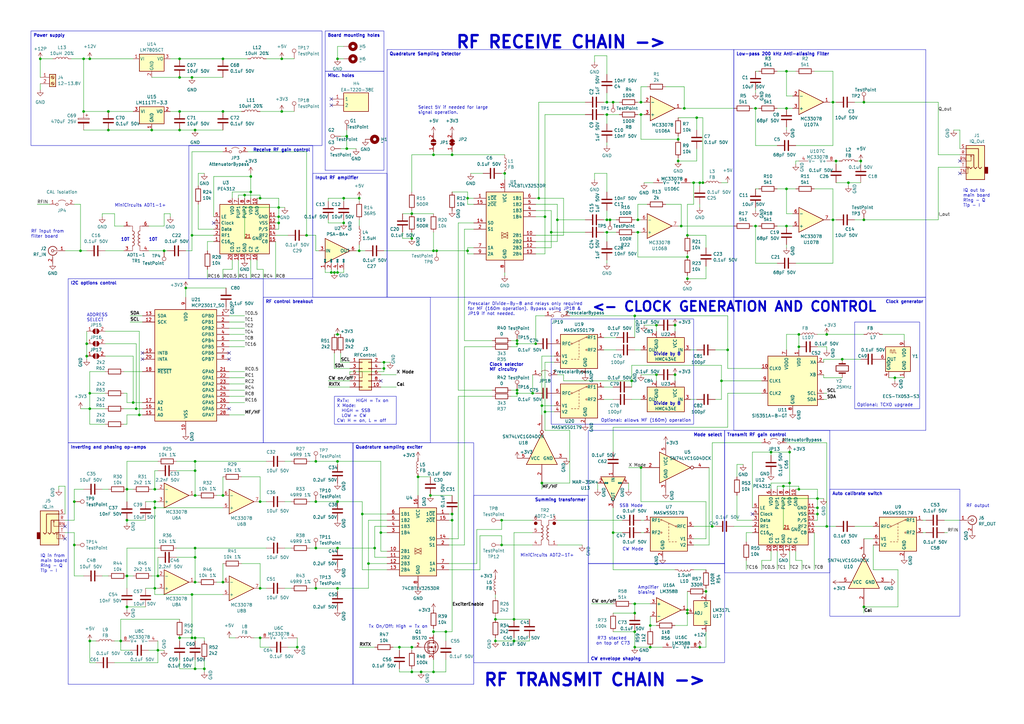
<source format=kicad_sch>
(kicad_sch (version 20231120) (generator "eeschema") (generator_version "8.0")
  (paper "A3")
  (title_block (title "T41 RF Board") (date "2024-07-18") (rev "V012.6") (comment 1 "        Transcribed to KiCAD by OG King-KI3P") (comment 2 "By Al Peter-AC8GY, Revised by WJ Schmidt-K9HZ") (comment 3 "Change log: Added R73 to schematic"))
  (junction (at 266.7 256.54))
  (junction (at 322.58 92.71))
  (junction (at 129.54 205.74))
  (junction (at 281.94 96.52))
  (junction (at 129.54 241.3))
  (junction (at 30.48 205.74))
  (junction (at 138.43 224.79))
  (junction (at 185.42 63.5))
  (junction (at 176.53 203.2))
  (junction (at 347.98 74.93))
  (junction (at 63.5 205.74))
  (junction (at 281.94 250.19))
  (junction (at 138.43 241.3))
  (junction (at 163.83 265.43))
  (junction (at 148.59 210.82))
  (junction (at 34.29 45.72))
  (junction (at 80.01 203.2))
  (junction (at 106.68 81.28))
  (junction (at 168.91 97.79))
  (junction (at 64.77 236.22))
  (junction (at 36.83 161.29))
  (junction (at 279.4 92.71))
  (junction (at 226.06 95.25))
  (junction (at 52.07 236.22))
  (junction (at 35.56 146.05))
  (junction (at 288.29 74.93))
  (junction (at 191.77 81.28))
  (junction (at 322.58 77.47))
  (junction (at 142.24 60.96))
  (junction (at 114.3 85.09))
  (junction (at 278.13 66.04))
  (junction (at 102.87 72.39))
  (junction (at 260.35 251.46))
  (junction (at 106.68 241.3))
  (junction (at 177.8 102.87))
  (junction (at 73.66 31.75))
  (junction (at 220.98 81.28))
  (junction (at 73.66 261.62))
  (junction (at 80.01 53.34))
  (junction (at 179.07 102.87))
  (junction (at 100.33 80.01))
  (junction (at 281.94 105.41))
  (junction (at 212.09 161.29))
  (junction (at 57.15 170.18))
  (junction (at 309.88 44.45))
  (junction (at 223.52 88.9))
  (junction (at 106.68 261.62))
  (junction (at 153.67 224.79))
  (junction (at 138.43 137.16))
  (junction (at 35.56 140.97))
  (junction (at 16.51 24.13))
  (junction (at 63.5 241.3))
  (junction (at 80.01 274.32))
  (junction (at 251.46 41.91))
  (junction (at 341.63 90.17))
  (junction (at 172.72 275.59))
  (junction (at 34.29 24.13))
  (junction (at 280.67 44.45))
  (junction (at 125.73 96.52))
  (junction (at 260.35 129.54))
  (junction (at 353.06 66.04))
  (junction (at 276.86 153.67))
  (junction (at 138.43 205.74))
  (junction (at 64.77 266.7))
  (junction (at 342.9 66.04))
  (junction (at 354.33 248.92))
  (junction (at 73.66 53.34))
  (junction (at 91.44 203.2))
  (junction (at 219.71 140.97))
  (junction (at 367.03 154.94))
  (junction (at 269.24 133.35))
  (junction (at 142.24 55.88))
  (junction (at 185.42 210.82))
  (junction (at 292.1 215.9))
  (junction (at 281.94 251.46))
  (junction (at 80.01 238.76))
  (junction (at 284.48 74.93))
  (junction (at 261.62 95.25))
  (junction (at 36.83 24.13))
  (junction (at 83.82 274.32))
  (junction (at 36.83 262.89))
  (junction (at 91.44 238.76))
  (junction (at 212.09 139.7))
  (junction (at 262.89 41.91))
  (junction (at 341.63 41.91))
  (junction (at 327.66 200.66))
  (junction (at 248.92 90.17))
  (junction (at 147.32 102.87))
  (junction (at 322.58 44.45))
  (junction (at 30.48 223.52))
  (junction (at 44.45 45.72))
  (junction (at 63.5 208.28))
  (junction (at 55.88 167.64))
  (junction (at 203.2 262.89))
  (junction (at 36.83 167.64))
  (junction (at 106.68 205.74))
  (junction (at 80.01 228.6))
  (junction (at 205.74 213.36))
  (junction (at 138.43 189.23))
  (junction (at 129.54 224.79))
  (junction (at 260.35 265.43))
  (junction (at 80.01 224.79))
  (junction (at 266.7 265.43))
  (junction (at 339.09 137.16))
  (junction (at 191.77 102.87))
  (junction (at 287.02 265.43))
  (junction (at 276.86 133.35))
  (junction (at 115.57 45.72))
  (junction (at 250.19 90.17))
  (junction (at 52.07 200.66))
  (junction (at 248.92 46.99))
  (junction (at 309.88 92.71))
  (junction (at 73.66 45.72))
  (junction (at 251.46 218.44))
  (junction (at 147.32 81.28))
  (junction (at 212.09 160.02))
  (junction (at 354.33 90.17))
  (junction (at 269.24 153.67))
  (junction (at 129.54 189.23))
  (junction (at 177.8 63.5))
  (junction (at 248.92 95.25))
  (junction (at 322.58 29.21))
  (junction (at 102.87 78.74))
  (junction (at 52.07 213.36))
  (junction (at 140.97 81.28))
  (junction (at 262.89 191.77))
  (junction (at 262.89 46.99))
  (junction (at 259.08 156.21))
  (junction (at 91.44 24.13))
  (junction (at 78.74 243.84))
  (junction (at 151.13 231.14))
  (junction (at 52.07 248.92))
  (junction (at 345.44 147.32))
  (junction (at 298.45 143.51))
  (junction (at 218.44 161.29))
  (junction (at 73.66 24.13))
  (junction (at 49.53 262.89))
  (junction (at 168.91 265.43))
  (junction (at 78.74 261.62))
  (junction (at 121.92 265.43))
  (junction (at 248.92 41.91))
  (junction (at 63.5 200.66))
  (junction (at 260.35 259.08))
  (junction (at 78.74 96.52))
  (junction (at 114.3 91.44))
  (junction (at 321.31 199.39))
  (junction (at 210.82 262.89))
  (junction (at 76.2 118.11))
  (junction (at 222.25 166.37))
  (junction (at 177.8 259.08))
  (junction (at 281.94 114.3))
  (junction (at 177.8 275.59))
  (junction (at 138.43 24.13))
  (junction (at 327.66 137.16))
  (junction (at 157.48 148.59))
  (junction (at 54.61 165.1))
  (junction (at 182.88 259.08))
  (junction (at 289.56 242.57))
  (junction (at 339.09 215.9))
  (junction (at 135.89 111.76))
  (junction (at 140.97 91.44))
  (junction (at 335.28 210.82))
  (junction (at 260.35 247.65))
  (junction (at 168.91 275.59))
  (junction (at 323.85 198.12))
  (junction (at 80.01 193.04))
  (junction (at 212.09 140.97))
  (junction (at 91.44 45.72))
  (junction (at 138.43 111.76))
  (junction (at 323.85 185.42))
  (junction (at 295.91 156.21))
  (junction (at 44.45 53.34))
  (junction (at 261.62 90.17))
  (junction (at 203.2 254))
  (junction (at 228.6 90.17))
  (junction (at 137.16 111.76))
  (junction (at 80.01 189.23))
  (junction (at 205.74 223.52))
  (junction (at 80.01 261.62))
  (junction (at 115.57 24.13))
  (junction (at 157.48 151.13))
  (junction (at 335.28 208.28))
  (junction (at 114.3 88.9))
  (junction (at 327.66 142.24))
  (junction (at 287.02 74.93))
  (junction (at 33.02 102.87))
  (junction (at 316.23 185.42))
  (junction (at 210.82 254))
  (junction (at 171.45 195.58))
  (junction (at 354.33 41.91))
  (junction (at 278.13 57.15))
  (junction (at 78.74 31.75))
  (junction (at 156.21 218.44))
  (junction (at 168.91 87.63))
  (junction (at 285.75 48.26))
  (junction (at 222.25 198.12))
  (junction (at 223.52 168.91))
  (junction (at 335.28 204.47))
  (junction (at 185.42 213.36))
  (junction (at 62.23 53.34))
  (junction (at 67.31 102.87))
  (junction (at 207.01 71.12))
  (no_connect (at 26.67 220.98))
  (no_connect (at 135.89 43.18))
  (no_connect (at 93.98 144.78))
  (no_connect (at 93.98 167.64))
  (no_connect (at 58.42 147.32))
  (no_connect (at 308.61 210.82))
  (no_connect (at 87.63 91.44))
  (no_connect (at 26.67 215.9))
  (no_connect (at 58.42 144.78))
  (no_connect (at 393.7 66.04))
  (no_connect (at 393.7 71.12))
  (no_connect (at 135.89 40.64))
  (no_connect (at 156.21 156.21))
  (no_connect (at 93.98 147.32))
  (wire (pts (xy 247.65 90.17) (xy 248.92 90.17)))
  (wire (pts (xy 342.9 66.04) (xy 342.9 67.31)))
  (wire (pts (xy 182.88 275.59) (xy 177.8 275.59)))
  (wire (pts (xy 337.82 147.32) (xy 345.44 147.32)))
  (wire (pts (xy 139.7 60.96) (xy 142.24 60.96)))
  (wire (pts (xy 339.09 181.61) (xy 339.09 215.9)))
  (wire (pts (xy 358.14 233.68) (xy 368.3 233.68)))
  (wire (pts (xy 137.16 137.16) (xy 138.43 137.16)))
  (wire (pts (xy 142.24 55.88) (xy 142.24 53.34)))
  (wire (pts (xy 342.9 66.04) (xy 344.17 66.04)))
  (wire (pts (xy 210.82 254) (xy 217.17 254)))
  (wire (pts (xy 322.58 92.71) (xy 325.12 92.71)))
  (wire (pts (xy 298.45 129.54) (xy 298.45 143.51)))
  (wire (pts (xy 100.33 160.02) (xy 93.98 160.02)))
  (wire (pts (xy 67.31 87.63) (xy 69.85 87.63)))
  (wire (pts (xy 33.02 102.87) (xy 35.56 102.87)))
  (wire (pts (xy 191.77 81.28) (xy 191.77 83.82)))
  (wire (pts (xy 295.91 156.21) (xy 312.42 156.21)))
  (wire (pts (xy 33.02 167.64) (xy 36.83 167.64)))
  (wire (pts (xy 322.58 87.63) (xy 322.58 77.47)))
  (wire (pts (xy 318.77 29.21) (xy 322.58 29.21)))
  (wire (pts (xy 289.56 109.22) (xy 289.56 114.3)))
  (wire (pts (xy 63.5 241.3) (xy 64.77 241.3)))
  (wire (pts (xy 337.82 153.67) (xy 337.82 154.94)))
  (wire (pts (xy 182.88 259.08) (xy 185.42 259.08)))
  (wire (pts (xy 341.63 90.17) (xy 342.9 90.17)))
  (wire (pts (xy 201.93 162.56) (xy 187.96 162.56)))
  (wire (pts (xy 284.48 83.82) (xy 284.48 74.93)))
  (wire (pts (xy 36.83 167.64) (xy 43.18 167.64)))
  (wire (pts (xy 49.53 254) (xy 49.53 262.89)))
  (wire (pts (xy 129.54 189.23) (xy 138.43 189.23)))
  (wire (pts (xy 143.51 152.4) (xy 157.48 152.4)))
  (wire (pts (xy 138.43 241.3) (xy 138.43 242.57)))
  (wire (pts (xy 80.01 274.32) (xy 83.82 274.32)))
  (wire (pts (xy 33.02 83.82) (xy 33.02 102.87)))
  (wire (pts (xy 158.75 210.82) (xy 148.59 210.82)))
  (wire (pts (xy 153.67 215.9) (xy 153.67 224.79)))
  (wire (pts (xy 295.91 74.93) (xy 298.45 74.93)))
  (wire (pts (xy 287.02 265.43) (xy 289.56 265.43)))
  (wire (pts (xy 193.04 71.12) (xy 198.12 71.12)))
  (wire (pts (xy 191.77 101.6) (xy 194.31 101.6)))
  (wire (pts (xy 105.41 110.49) (xy 105.41 106.68)))
  (wire (pts (xy 354.33 220.98) (xy 358.14 220.98)))
  (wire (pts (xy 73.66 254) (xy 49.53 254)))
  (wire (pts (xy 73.66 45.72) (xy 91.44 45.72)))
  (wire (pts (xy 63.5 208.28) (xy 63.5 241.3)))
  (wire (pts (xy 190.5 93.98) (xy 190.5 139.7)))
  (wire (pts (xy 147.32 102.87) (xy 149.86 102.87)))
  (wire (pts (xy 209.55 160.02) (xy 212.09 160.02)))
  (wire (pts (xy 59.69 241.3) (xy 63.5 241.3)))
  (wire (pts (xy 72.39 189.23) (xy 80.01 189.23)))
  (wire (pts (xy 203.2 252.73) (xy 203.2 254)))
  (wire (pts (xy 292.1 181.61) (xy 292.1 215.9)))
  (wire (pts (xy 168.91 63.5) (xy 168.91 78.74)))
  (wire (pts (xy 138.43 189.23) (xy 156.21 189.23)))
  (wire (pts (xy 134.62 90.17) (xy 134.62 91.44)))
  (wire (pts (xy 228.6 213.36) (xy 255.27 213.36)))
  (wire (pts (xy 43.18 152.4) (xy 36.83 152.4)))
  (wire (pts (xy 281.94 251.46) (xy 281.94 256.54)))
  (wire (pts (xy 233.68 129.54) (xy 260.35 129.54)))
  (wire (pts (xy 100.33 165.1) (xy 93.98 165.1)))
  (wire (pts (xy 49.53 266.7) (xy 53.34 266.7)))
  (wire (pts (xy 36.83 24.13) (xy 54.61 24.13)))
  (wire (pts (xy 243.84 22.86) (xy 248.92 22.86)))
  (wire (pts (xy 53.34 129.54) (xy 58.42 129.54)))
  (wire (pts (xy 100.33 170.18) (xy 93.98 170.18)))
  (wire (pts (xy 281.94 242.57) (xy 281.94 250.19)))
  (wire (pts (xy 36.83 271.78) (xy 36.83 262.89)))
  (wire (pts (xy 306.07 218.44) (xy 308.61 218.44)))
  (wire (pts (xy 247.65 158.75) (xy 251.46 158.75)))
  (wire (pts (xy 269.24 133.35) (xy 269.24 135.89)))
  (wire (pts (xy 158.75 213.36) (xy 151.13 213.36)))
  (wire (pts (xy 231.14 156.21) (xy 231.14 153.67)))
  (wire (pts (xy 251.46 233.68) (xy 251.46 218.44)))
  (wire (pts (xy 30.48 200.66) (xy 34.29 200.66)))
  (wire (pts (xy 114.3 91.44) (xy 114.3 93.98)))
  (wire (pts (xy 190.5 223.52) (xy 190.5 142.24)))
  (wire (pts (xy 134.62 158.75) (xy 143.51 158.75)))
  (wire (pts (xy 46.99 92.71) (xy 46.99 87.63)))
  (wire (pts (xy 116.84 224.79) (xy 119.38 224.79)))
  (wire (pts (xy 203.2 262.89) (xy 210.82 262.89)))
  (wire (pts (xy 102.87 106.68) (xy 102.87 114.3)))
  (wire (pts (xy 55.88 167.64) (xy 58.42 167.64)))
  (wire (pts (xy 64.77 189.23) (xy 52.07 189.23)))
  (wire (pts (xy 138.43 241.3) (xy 151.13 241.3)))
  (wire (pts (xy 171.45 195.58) (xy 171.45 203.2)))
  (wire (pts (xy 168.91 265.43) (xy 170.18 265.43)))
  (wire (pts (xy 100.33 142.24) (xy 93.98 142.24)))
  (wire (pts (xy 83.82 270.51) (xy 83.82 274.32)))
  (wire (pts (xy 80.01 238.76) (xy 81.28 238.76)))
  (wire (pts (xy 114.3 81.28) (xy 114.3 85.09)))
  (wire (pts (xy 261.62 95.25) (xy 261.62 105.41)))
  (wire (pts (xy 43.18 140.97) (xy 55.88 140.97)))
  (wire (pts (xy 220.98 81.28) (xy 231.14 81.28)))
  (wire (pts (xy 30.48 213.36) (xy 30.48 205.74)))
  (wire (pts (xy 218.44 161.29) (xy 219.71 161.29)))
  (wire (pts (xy 261.62 41.91) (xy 262.89 41.91)))
  (wire (pts (xy 80.01 193.04) (xy 80.01 203.2)))
  (wire (pts (xy 335.28 204.47) (xy 335.28 208.28)))
  (wire (pts (xy 146.05 102.87) (xy 147.32 102.87)))
  (wire (pts (xy 262.89 218.44) (xy 264.16 218.44)))
  (wire (pts (xy 279.4 92.71) (xy 278.13 92.71)))
  (wire (pts (xy 322.58 77.47) (xy 326.39 77.47)))
  (wire (pts (xy 49.53 262.89) (xy 49.53 266.7)))
  (wire (pts (xy 259.08 149.86) (xy 295.91 149.86)))
  (wire (pts (xy 30.48 223.52) (xy 30.48 236.22)))
  (wire (pts (xy 116.84 205.74) (xy 119.38 205.74)))
  (wire (pts (xy 285.75 60.96) (xy 285.75 66.04)))
  (wire (pts (xy 134.62 81.28) (xy 140.97 81.28)))
  (wire (pts (xy 334.01 218.44) (xy 334.01 233.68)))
  (wire (pts (xy 140.97 90.17) (xy 140.97 91.44)))
  (wire (pts (xy 227.33 148.59) (xy 223.52 148.59)))
  (wire (pts (xy 157.48 151.13) (xy 157.48 148.59)))
  (wire (pts (xy 104.14 261.62) (xy 106.68 261.62)))
  (wire (pts (xy 323.85 185.42) (xy 323.85 198.12)))
  (wire (pts (xy 73.66 274.32) (xy 80.01 274.32)))
  (wire (pts (xy 177.8 259.08) (xy 177.8 260.35)))
  (wire (pts (xy 260.35 129.54) (xy 298.45 129.54)))
  (wire (pts (xy 176.53 203.2) (xy 185.42 203.2)))
  (wire (pts (xy 106.68 80.01) (xy 106.68 81.28)))
  (wire (pts (xy 293.37 163.83) (xy 295.91 163.83)))
  (wire (pts (xy 289.56 205.74) (xy 289.56 220.98)))
  (wire (pts (xy 142.24 60.96) (xy 146.05 60.96)))
  (wire (pts (xy 210.82 218.44) (xy 218.44 218.44)))
  (wire (pts (xy 308.61 185.42) (xy 316.23 185.42)))
  (wire (pts (xy 35.56 147.32) (xy 35.56 146.05)))
  (wire (pts (xy 127 189.23) (xy 129.54 189.23)))
  (wire (pts (xy 148.59 210.82) (xy 148.59 233.68)))
  (wire (pts (xy 283.21 74.93) (xy 284.48 74.93)))
  (wire (pts (xy 64.77 228.6) (xy 64.77 236.22)))
  (wire (pts (xy 248.92 41.91) (xy 251.46 41.91)))
  (wire (pts (xy 168.91 63.5) (xy 177.8 63.5)))
  (wire (pts (xy 76.2 118.11) (xy 92.71 118.11)))
  (wire (pts (xy 384.81 41.91) (xy 354.33 41.91)))
  (wire (pts (xy 321.31 199.39) (xy 327.66 199.39)))
  (wire (pts (xy 80.01 261.62) (xy 80.01 262.89)))
  (wire (pts (xy 341.63 77.47) (xy 341.63 90.17)))
  (wire (pts (xy 287.02 74.93) (xy 288.29 74.93)))
  (wire (pts (xy 312.42 229.87) (xy 316.23 229.87)))
  (wire (pts (xy 203.2 243.84) (xy 203.2 245.11)))
  (wire (pts (xy 177.8 257.81) (xy 177.8 259.08)))
  (wire (pts (xy 52.07 248.92) (xy 59.69 248.92)))
  (wire (pts (xy 322.58 29.21) (xy 326.39 29.21)))
  (wire (pts (xy 260.35 95.25) (xy 261.62 95.25)))
  (wire (pts (xy 240.03 46.99) (xy 223.52 46.99)))
  (wire (pts (xy 16.51 24.13) (xy 21.59 24.13)))
  (wire (pts (xy 212.09 160.02) (xy 212.09 161.29)))
  (wire (pts (xy 289.56 114.3) (xy 281.94 114.3)))
  (wire (pts (xy 341.63 107.95) (xy 341.63 90.17)))
  (wire (pts (xy 260.35 90.17) (xy 261.62 90.17)))
  (wire (pts (xy 280.67 44.45) (xy 279.4 44.45)))
  (wire (pts (xy 36.83 161.29) (xy 36.83 167.64)))
  (wire (pts (xy 205.74 223.52) (xy 218.44 223.52)))
  (wire (pts (xy 26.67 199.39) (xy 24.13 199.39)))
  (wire (pts (xy 278.13 55.88) (xy 278.13 57.15)))
  (wire (pts (xy 148.59 205.74) (xy 148.59 210.82)))
  (wire (pts (xy 298.45 161.29) (xy 298.45 175.26)))
  (wire (pts (xy 339.09 161.29) (xy 337.82 161.29)))
  (wire (pts (xy 309.88 59.69) (xy 309.88 44.45)))
  (wire (pts (xy 52.07 213.36) (xy 52.07 214.63)))
  (wire (pts (xy 309.88 107.95) (xy 318.77 107.95)))
  (wire (pts (xy 34.29 24.13) (xy 34.29 45.72)))
  (wire (pts (xy 393.7 63.5) (xy 384.81 63.5)))
  (wire (pts (xy 318.77 199.39) (xy 321.31 199.39)))
  (wire (pts (xy 78.74 102.87) (xy 78.74 96.52)))
  (wire (pts (xy 334.01 29.21) (xy 341.63 29.21)))
  (wire (pts (xy 52.07 170.18) (xy 52.07 173.99)))
  (wire (pts (xy 248.92 71.12) (xy 248.92 78.74)))
  (wire (pts (xy 41.91 200.66) (xy 44.45 200.66)))
  (wire (pts (xy 302.26 213.36) (xy 302.26 203.2)))
  (wire (pts (xy 168.91 274.32) (xy 168.91 275.59)))
  (wire (pts (xy 190.5 139.7) (xy 201.93 139.7)))
  (wire (pts (xy 321.31 217.17) (xy 321.31 204.47)))
  (wire (pts (xy 217.17 262.89) (xy 210.82 262.89)))
  (wire (pts (xy 248.92 46.99) (xy 248.92 50.8)))
  (wire (pts (xy 347.98 74.93) (xy 353.06 74.93)))
  (wire (pts (xy 148.59 233.68) (xy 158.75 233.68)))
  (wire (pts (xy 281.94 104.14) (xy 281.94 105.41)))
  (wire (pts (xy 370.84 137.16) (xy 370.84 139.7)))
  (wire (pts (xy 248.92 95.25) (xy 248.92 99.06)))
  (wire (pts (xy 196.85 233.68) (xy 196.85 219.71)))
  (wire (pts (xy 322.58 100.33) (xy 322.58 101.6)))
  (wire (pts (xy 242.57 247.65) (xy 251.46 247.65)))
  (wire (pts (xy 219.71 129.54) (xy 219.71 140.97)))
  (wire (pts (xy 318.77 77.47) (xy 322.58 77.47)))
  (wire (pts (xy 223.52 88.9) (xy 219.71 88.9)))
  (wire (pts (xy 302.26 190.5) (xy 304.8 190.5)))
  (wire (pts (xy 220.98 41.91) (xy 220.98 81.28)))
  (wire (pts (xy 39.37 271.78) (xy 36.83 271.78)))
  (wire (pts (xy 46.99 271.78) (xy 64.77 271.78)))
  (wire (pts (xy 257.81 191.77) (xy 262.89 191.77)))
  (wire (pts (xy 50.8 167.64) (xy 55.88 167.64)))
  (wire (pts (xy 205.74 217.17) (xy 205.74 213.36)))
  (wire (pts (xy 35.56 140.97) (xy 35.56 146.05)))
  (wire (pts (xy 283.21 143.51) (xy 285.75 143.51)))
  (wire (pts (xy 281.94 83.82) (xy 284.48 83.82)))
  (wire (pts (xy 212.09 142.24) (xy 209.55 142.24)))
  (wire (pts (xy 306.07 218.44) (xy 306.07 222.25)))
  (wire (pts (xy 64.77 224.79) (xy 52.07 224.79)))
  (wire (pts (xy 151.13 241.3) (xy 151.13 231.14)))
  (wire (pts (xy 91.44 195.58) (xy 91.44 203.2)))
  (wire (pts (xy 327.66 137.16) (xy 327.66 142.24)))
  (wire (pts (xy 321.31 199.39) (xy 321.31 200.66)))
  (wire (pts (xy 191.77 104.14) (xy 191.77 102.87)))
  (wire (pts (xy 101.6 62.23) (xy 125.73 62.23)))
  (wire (pts (xy 285.75 66.04) (xy 278.13 66.04)))
  (wire (pts (xy 114.3 85.09) (xy 114.3 88.9)))
  (wire (pts (xy 289.56 96.52) (xy 281.94 96.52)))
  (wire (pts (xy 247.65 143.51) (xy 252.73 143.51)))
  (wire (pts (xy 378.46 218.44) (xy 379.73 218.44)))
  (wire (pts (xy 113.03 96.52) (xy 118.11 96.52)))
  (wire (pts (xy 302.26 195.58) (xy 302.26 190.5)))
  (wire (pts (xy 261.62 83.82) (xy 261.62 90.17)))
  (wire (pts (xy 87.63 93.98) (xy 81.28 93.98)))
  (wire (pts (xy 345.44 147.32) (xy 353.06 147.32)))
  (wire (pts (xy 298.45 175.26) (xy 251.46 175.26)))
  (wire (pts (xy 187.96 162.56) (xy 187.96 220.98)))
  (wire (pts (xy 358.14 223.52) (xy 358.14 233.68)))
  (wire (pts (xy 85.09 110.49) (xy 85.09 114.3)))
  (wire (pts (xy 212.09 139.7) (xy 212.09 140.97)))
  (wire (pts (xy 219.71 101.6) (xy 226.06 101.6)))
  (wire (pts (xy 100.33 132.08) (xy 93.98 132.08)))
  (wire (pts (xy 337.82 148.59) (xy 337.82 147.32)))
  (wire (pts (xy 257.81 198.12) (xy 257.81 200.66)))
  (wire (pts (xy 156.21 218.44) (xy 156.21 226.06)))
  (wire (pts (xy 78.74 62.23) (xy 78.74 96.52)))
  (wire (pts (xy 327.66 199.39) (xy 327.66 200.66)))
  (wire (pts (xy 91.44 110.49) (xy 91.44 114.3)))
  (wire (pts (xy 91.44 110.49) (xy 95.25 110.49)))
  (wire (pts (xy 223.52 176.53) (xy 233.68 176.53)))
  (wire (pts (xy 106.68 195.58) (xy 106.68 205.74)))
  (wire (pts (xy 142.24 55.88) (xy 142.24 60.96)))
  (wire (pts (xy 163.83 275.59) (xy 168.91 275.59)))
  (wire (pts (xy 76.2 118.11) (xy 76.2 121.92)))
  (wire (pts (xy 248.92 46.99) (xy 254 46.99)))
  (wire (pts (xy 316.23 198.12) (xy 316.23 200.66)))
  (wire (pts (xy 350.52 41.91) (xy 354.33 41.91)))
  (wire (pts (xy 185.42 63.5) (xy 207.01 63.5)))
  (wire (pts (xy 106.68 231.14) (xy 106.68 241.3)))
  (wire (pts (xy 114.3 88.9) (xy 113.03 88.9)))
  (wire (pts (xy 185.42 213.36) (xy 185.42 259.08)))
  (wire (pts (xy 177.8 275.59) (xy 177.8 270.51)))
  (wire (pts (xy 171.45 195.58) (xy 176.53 195.58)))
  (wire (pts (xy 334.01 213.36) (xy 335.28 213.36)))
  (wire (pts (xy 264.16 133.35) (xy 269.24 133.35)))
  (wire (pts (xy 259.08 156.21) (xy 259.08 158.75)))
  (wire (pts (xy 156.21 153.67) (xy 162.56 153.67)))
  (wire (pts (xy 168.91 95.25) (xy 168.91 97.79)))
  (wire (pts (xy 182.88 259.08) (xy 177.8 259.08)))
  (wire (pts (xy 308.61 208.28) (xy 308.61 185.42)))
  (wire (pts (xy 187.96 220.98) (xy 184.15 220.98)))
  (wire (pts (xy 78.74 31.75) (xy 91.44 31.75)))
  (wire (pts (xy 284.48 220.98) (xy 289.56 220.98)))
  (wire (pts (xy 67.31 92.71) (xy 67.31 87.63)))
  (wire (pts (xy 251.46 259.08) (xy 260.35 259.08)))
  (wire (pts (xy 177.8 62.23) (xy 177.8 63.5)))
  (wire (pts (xy 137.16 151.13) (xy 137.16 144.78)))
  (wire (pts (xy 212.09 161.29) (xy 212.09 162.56)))
  (wire (pts (xy 347.98 74.93) (xy 347.98 76.2)))
  (wire (pts (xy 205.74 213.36) (xy 218.44 213.36)))
  (wire (pts (xy 100.33 154.94) (xy 93.98 154.94)))
  (wire (pts (xy 262.89 213.36) (xy 264.16 213.36)))
  (wire (pts (xy 312.42 151.13) (xy 298.45 151.13)))
  (wire (pts (xy 80.01 261.62) (xy 78.74 261.62)))
  (wire (pts (xy 52.07 248.92) (xy 52.07 250.19)))
  (wire (pts (xy 248.92 58.42) (xy 248.92 59.69)))
  (wire (pts (xy 223.52 148.59) (xy 223.52 168.91)))
  (wire (pts (xy 158.75 218.44) (xy 156.21 218.44)))
  (wire (pts (xy 322.58 181.61) (xy 339.09 181.61)))
  (wire (pts (xy 243.84 71.12) (xy 248.92 71.12)))
  (wire (pts (xy 233.68 176.53) (xy 233.68 198.12)))
  (wire (pts (xy 334.01 210.82) (xy 335.28 210.82)))
  (wire (pts (xy 138.43 110.49) (xy 138.43 111.76)))
  (wire (pts (xy 219.71 104.14) (xy 223.52 104.14)))
  (wire (pts (xy 52.07 224.79) (xy 52.07 236.22)))
  (wire (pts (xy 83.82 261.62) (xy 80.01 261.62)))
  (wire (pts (xy 350.52 215.9) (xy 358.14 215.9)))
  (wire (pts (xy 287.02 74.93) (xy 287.02 76.2)))
  (wire (pts (xy 248.92 22.86) (xy 248.92 30.48)))
  (wire (pts (xy 97.79 106.68) (xy 97.79 114.3)))
  (wire (pts (xy 194.31 81.28) (xy 191.77 81.28)))
  (wire (pts (xy 265.43 35.56) (xy 262.89 35.56)))
  (wire (pts (xy 262.89 46.99) (xy 264.16 46.99)))
  (wire (pts (xy 266.7 265.43) (xy 271.78 265.43)))
  (wire (pts (xy 63.5 243.84) (xy 63.5 241.3)))
  (wire (pts (xy 46.99 87.63) (xy 41.91 87.63)))
  (wire (pts (xy 97.79 81.28) (xy 97.79 80.01)))
  (wire (pts (xy 322.58 143.51) (xy 322.58 137.16)))
  (wire (pts (xy 341.63 41.91) (xy 342.9 41.91)))
  (wire (pts (xy 43.18 135.89) (xy 57.15 135.89)))
  (wire (pts (xy 339.09 137.16) (xy 354.33 137.16)))
  (wire (pts (xy 323.85 198.12) (xy 323.85 200.66)))
  (wire (pts (xy 156.21 189.23) (xy 156.21 218.44)))
  (wire (pts (xy 34.29 45.72) (xy 44.45 45.72)))
  (wire (pts (xy 26.67 210.82) (xy 26.67 199.39)))
  (wire (pts (xy 109.22 24.13) (xy 115.57 24.13)))
  (wire (pts (xy 129.54 102.87) (xy 130.81 102.87)))
  (wire (pts (xy 312.42 229.87) (xy 312.42 233.68)))
  (wire (pts (xy 222.25 166.37) (xy 222.25 170.18)))
  (wire (pts (xy 262.89 153.67) (xy 269.24 153.67)))
  (wire (pts (xy 127 224.79) (xy 129.54 224.79)))
  (wire (pts (xy 163.83 265.43) (xy 163.83 266.7)))
  (wire (pts (xy 212.09 140.97) (xy 219.71 140.97)))
  (wire (pts (xy 185.42 213.36) (xy 185.42 210.82)))
  (wire (pts (xy 247.65 95.25) (xy 248.92 95.25)))
  (wire (pts (xy 106.68 81.28) (xy 114.3 81.28)))
  (wire (pts (xy 76.2 102.87) (xy 78.74 102.87)))
  (wire (pts (xy 113.03 93.98) (xy 114.3 93.98)))
  (wire (pts (xy 135.89 111.76) (xy 137.16 111.76)))
  (wire (pts (xy 73.66 31.75) (xy 78.74 31.75)))
  (wire (pts (xy 261.62 46.99) (xy 262.89 46.99)))
  (wire (pts (xy 100.33 137.16) (xy 93.98 137.16)))
  (wire (pts (xy 273.05 83.82) (xy 279.4 83.82)))
  (wire (pts (xy 80.01 270.51) (xy 80.01 274.32)))
  (wire (pts (xy 156.21 158.75) (xy 162.56 158.75)))
  (wire (pts (xy 309.88 92.71) (xy 311.15 92.71)))
  (wire (pts (xy 161.29 265.43) (xy 163.83 265.43)))
  (wire (pts (xy 323.85 198.12) (xy 316.23 198.12)))
  (wire (pts (xy 30.48 218.44) (xy 30.48 223.52)))
  (wire (pts (xy 184.15 223.52) (xy 190.5 223.52)))
  (wire (pts (xy 139.7 144.78) (xy 139.7 148.59)))
  (wire (pts (xy 60.96 102.87) (xy 67.31 102.87)))
  (wire (pts (xy 100.33 97.79) (xy 100.33 85.09)))
  (wire (pts (xy 105.41 81.28) (xy 106.68 81.28)))
  (wire (pts (xy 222.25 166.37) (xy 227.33 166.37)))
  (wire (pts (xy 100.33 152.4) (xy 93.98 152.4)))
  (wire (pts (xy 147.32 81.28) (xy 147.32 82.55)))
  (wire (pts (xy 368.3 248.92) (xy 354.33 248.92)))
  (wire (pts (xy 156.21 151.13) (xy 157.48 151.13)))
  (wire (pts (xy 318.77 44.45) (xy 322.58 44.45)))
  (wire (pts (xy 293.37 143.51) (xy 298.45 143.51)))
  (wire (pts (xy 309.88 92.71) (xy 309.88 107.95)))
  (wire (pts (xy 327.66 66.04) (xy 326.39 66.04)))
  (wire (pts (xy 78.74 243.84) (xy 63.5 243.84)))
  (wire (pts (xy 350.52 90.17) (xy 354.33 90.17)))
  (wire (pts (xy 292.1 181.61) (xy 312.42 181.61)))
  (wire (pts (xy 165.1 87.63) (xy 168.91 87.63)))
  (wire (pts (xy 261.62 95.25) (xy 262.89 95.25)))
  (wire (pts (xy 327.66 200.66) (xy 335.28 200.66)))
  (wire (pts (xy 295.91 149.86) (xy 295.91 156.21)))
  (wire (pts (xy 228.6 99.06) (xy 228.6 90.17)))
  (wire (pts (xy 335.28 210.82) (xy 335.28 213.36)))
  (wire (pts (xy 63.5 205.74) (xy 64.77 205.74)))
  (wire (pts (xy 78.74 96.52) (xy 87.63 96.52)))
  (wire (pts (xy 264.16 74.93) (xy 267.97 74.93)))
  (wire (pts (xy 309.88 29.21) (xy 311.15 29.21)))
  (wire (pts (xy 177.8 102.87) (xy 179.07 102.87)))
  (wire (pts (xy 100.33 129.54) (xy 93.98 129.54)))
  (wire (pts (xy 326.39 59.69) (xy 341.63 59.69)))
  (wire (pts (xy 341.63 59.69) (xy 341.63 41.91)))
  (wire (pts (xy 334.01 77.47) (xy 341.63 77.47)))
  (wire (pts (xy 80.01 228.6) (xy 80.01 238.76)))
  (wire (pts (xy 26.67 218.44) (xy 30.48 218.44)))
  (wire (pts (xy 212.09 161.29) (xy 218.44 161.29)))
  (wire (pts (xy 318.77 92.71) (xy 322.58 92.71)))
  (wire (pts (xy 182.88 259.08) (xy 182.88 262.89)))
  (wire (pts (xy 318.77 226.06) (xy 318.77 233.68)))
  (wire (pts (xy 73.66 24.13) (xy 91.44 24.13)))
  (wire (pts (xy 129.54 205.74) (xy 138.43 205.74)))
  (wire (pts (xy 41.91 87.63) (xy 41.91 88.9)))
  (wire (pts (xy 41.91 236.22) (xy 44.45 236.22)))
  (wire (pts (xy 106.68 241.3) (xy 109.22 241.3)))
  (wire (pts (xy 184.15 231.14) (xy 195.58 231.14)))
  (wire (pts (xy 64.77 193.04) (xy 63.5 193.04)))
  (wire (pts (xy 85.09 99.06) (xy 85.09 102.87)))
  (wire (pts (xy 273.05 35.56) (xy 280.67 35.56)))
  (wire (pts (xy 140.97 81.28) (xy 140.97 82.55)))
  (wire (pts (xy 106.68 261.62) (xy 106.68 265.43)))
  (wire (pts (xy 262.89 191.77) (xy 262.89 205.74)))
  (wire (pts (xy 223.52 104.14) (xy 223.52 88.9)))
  (wire (pts (xy 99.06 195.58) (xy 106.68 195.58)))
  (wire (pts (xy 281.94 256.54) (xy 276.86 256.54)))
  (wire (pts (xy 308.61 213.36) (xy 302.26 213.36)))
  (wire (pts (xy 80.01 189.23) (xy 80.01 193.04)))
  (wire (pts (xy 184.15 210.82) (xy 185.42 210.82)))
  (wire (pts (xy 118.11 265.43) (xy 121.92 265.43)))
  (wire (pts (xy 326.39 107.95) (xy 341.63 107.95)))
  (wire (pts (xy 168.91 87.63) (xy 177.8 87.63)))
  (wire (pts (xy 393.7 60.96) (xy 393.7 53.34)))
  (wire (pts (xy 163.83 274.32) (xy 163.83 275.59)))
  (wire (pts (xy 80.01 224.79) (xy 80.01 228.6)))
  (wire (pts (xy 113.03 91.44) (xy 114.3 91.44)))
  (wire (pts (xy 340.36 90.17) (xy 341.63 90.17)))
  (wire (pts (xy 52.07 236.22) (xy 54.61 236.22)))
  (wire (pts (xy 223.52 168.91) (xy 227.33 168.91)))
  (wire (pts (xy 316.23 229.87) (xy 316.23 226.06)))
  (wire (pts (xy 210.82 261.62) (xy 210.82 262.89)))
  (wire (pts (xy 58.42 170.18) (xy 57.15 170.18)))
  (wire (pts (xy 52.07 189.23) (xy 52.07 200.66)))
  (wire (pts (xy 219.71 96.52) (xy 231.14 96.52)))
  (wire (pts (xy 177.8 63.5) (xy 185.42 63.5)))
  (wire (pts (xy 351.79 66.04) (xy 353.06 66.04)))
  (wire (pts (xy 191.77 78.74) (xy 185.42 78.74)))
  (wire (pts (xy 54.61 146.05) (xy 54.61 165.1)))
  (wire (pts (xy 251.46 233.68) (xy 276.86 233.68)))
  (wire (pts (xy 57.15 135.89) (xy 57.15 170.18)))
  (wire (pts (xy 177.8 95.25) (xy 177.8 102.87)))
  (wire (pts (xy 284.48 233.68) (xy 289.56 233.68)))
  (wire (pts (xy 289.56 101.6) (xy 289.56 96.52)))
  (wire (pts (xy 100.33 139.7) (xy 93.98 139.7)))
  (wire (pts (xy 127 205.74) (xy 129.54 205.74)))
  (wire (pts (xy 262.89 205.74) (xy 289.56 205.74)))
  (wire (pts (xy 81.28 71.12) (xy 83.82 71.12)))
  (wire (pts (xy 100.33 80.01) (xy 106.68 80.01)))
  (wire (pts (xy 354.33 251.46) (xy 354.33 248.92)))
  (wire (pts (xy 44.45 45.72) (xy 54.61 45.72)))
  (wire (pts (xy 106.68 205.74) (xy 109.22 205.74)))
  (wire (pts (xy 15.24 83.82) (xy 20.32 83.82)))
  (wire (pts (xy 279.4 92.71) (xy 300.99 92.71)))
  (wire (pts (xy 113.03 99.06) (xy 113.03 114.3)))
  (wire (pts (xy 259.08 163.83) (xy 262.89 163.83)))
  (wire (pts (xy 91.44 62.23) (xy 78.74 62.23)))
  (wire (pts (xy 284.48 215.9) (xy 292.1 215.9)))
  (wire (pts (xy 97.79 80.01) (xy 100.33 80.01)))
  (wire (pts (xy 353.06 66.04) (xy 353.06 67.31)))
  (wire (pts (xy 247.65 46.99) (xy 248.92 46.99)))
  (wire (pts (xy 57.15 170.18) (xy 52.07 170.18)))
  (wire (pts (xy 95.25 78.74) (xy 95.25 81.28)))
  (wire (pts (xy 191.77 83.82) (xy 194.31 83.82)))
  (wire (pts (xy 35.56 135.89) (xy 35.56 140.97)))
  (wire (pts (xy 54.61 165.1) (xy 58.42 165.1)))
  (wire (pts (xy 114.3 91.44) (xy 114.3 88.9)))
  (wire (pts (xy 378.46 213.36) (xy 379.73 213.36)))
  (wire (pts (xy 195.58 217.17) (xy 205.74 217.17)))
  (wire (pts (xy 73.66 274.32) (xy 73.66 270.51)))
  (wire (pts (xy 226.06 95.25) (xy 226.06 86.36)))
  (wire (pts (xy 143.51 153.67) (xy 143.51 152.4)))
  (wire (pts (xy 322.58 137.16) (xy 327.66 137.16)))
  (wire (pts (xy 59.69 205.74) (xy 63.5 205.74)))
  (wire (pts (xy 248.92 106.68) (xy 248.92 107.95)))
  (wire (pts (xy 50.8 152.4) (xy 58.42 152.4)))
  (wire (pts (xy 285.75 48.26) (xy 285.75 53.34)))
  (wire (pts (xy 16.51 34.29) (xy 16.51 36.83)))
  (wire (pts (xy 262.89 41.91) (xy 264.16 41.91)))
  (wire (pts (xy 292.1 215.9) (xy 293.37 215.9)))
  (wire (pts (xy 226.06 95.25) (xy 240.03 95.25)))
  (wire (pts (xy 190.5 142.24) (xy 201.93 142.24)))
  (wire (pts (xy 335.28 208.28) (xy 334.01 208.28)))
  (wire (pts (xy 259.08 247.65) (xy 260.35 247.65)))
  (wire (pts (xy 262.89 57.15) (xy 262.89 46.99)))
  (wire (pts (xy 29.21 24.13) (xy 34.29 24.13)))
  (wire (pts (xy 63.5 208.28) (xy 63.5 205.74)))
  (wire (pts (xy 191.77 102.87) (xy 191.77 101.6)))
  (wire (pts (xy 16.51 24.13) (xy 16.51 31.75)))
  (wire (pts (xy 284.48 223.52) (xy 290.83 223.52)))
  (wire (pts (xy 323.85 226.06) (xy 323.85 233.68)))
  (wire (pts (xy 24.13 199.39) (xy 24.13 200.66)))
  (wire (pts (xy 63.5 193.04) (xy 63.5 200.66)))
  (wire (pts (xy 73.66 261.62) (xy 78.74 261.62)))
  (wire (pts (xy 309.88 85.09) (xy 309.88 86.36)))
  (wire (pts (xy 207.01 71.12) (xy 207.01 73.66)))
  (wire (pts (xy 281.94 96.52) (xy 281.94 83.82)))
  (wire (pts (xy 157.48 152.4) (xy 157.48 151.13)))
  (wire (pts (xy 339.09 137.16) (xy 335.28 137.16)))
  (wire (pts (xy 290.83 191.77) (xy 290.83 223.52)))
  (wire (pts (xy 361.95 137.16) (xy 370.84 137.16)))
  (wire (pts (xy 52.07 213.36) (xy 59.69 213.36)))
  (wire (pts (xy 262.89 57.15) (xy 278.13 57.15)))
  (wire (pts (xy 251.46 41.91) (xy 254 41.91)))
  (wire (pts (xy 165.1 97.79) (xy 165.1 95.25)))
  (wire (pts (xy 284.48 74.93) (xy 287.02 74.93)))
  (wire (pts (xy 80.01 203.2) (xy 81.28 203.2)))
  (wire (pts (xy 125.73 62.23) (xy 125.73 96.52)))
  (wire (pts (xy 88.9 203.2) (xy 91.44 203.2)))
  (wire (pts (xy 80.01 189.23) (xy 109.22 189.23)))
  (wire (pts (xy 212.09 162.56) (xy 209.55 162.56)))
  (wire (pts (xy 60.96 266.7) (xy 64.77 266.7)))
  (wire (pts (xy 368.3 233.68) (xy 368.3 248.92)))
  (wire (pts (xy 127 241.3) (xy 129.54 241.3)))
  (wire (pts (xy 102.87 72.39) (xy 102.87 78.74)))
  (wire (pts (xy 168.91 86.36) (xy 168.91 87.63)))
  (wire (pts (xy 269.24 256.54) (xy 266.7 256.54)))
  (wire (pts (xy 309.88 77.47) (xy 311.15 77.47)))
  (wire (pts (xy 99.06 231.14) (xy 106.68 231.14)))
  (wire (pts (xy 243.84 73.66) (xy 243.84 71.12)))
  (wire (pts (xy 248.92 86.36) (xy 248.92 90.17)))
  (wire (pts (xy 260.35 138.43) (xy 260.35 129.54)))
  (wire (pts (xy 163.83 265.43) (xy 168.91 265.43)))
  (wire (pts (xy 251.46 251.46) (xy 260.35 251.46)))
  (wire (pts (xy 85.09 99.06) (xy 87.63 99.06)))
  (wire (pts (xy 278.13 48.26) (xy 285.75 48.26)))
  (wire (pts (xy 391.16 53.34) (xy 393.7 53.34)))
  (wire (pts (xy 52.07 200.66) (xy 54.61 200.66)))
  (wire (pts (xy 184.15 233.68) (xy 196.85 233.68)))
  (wire (pts (xy 30.48 236.22) (xy 34.29 236.22)))
  (wire (pts (xy 81.28 93.98) (xy 81.28 83.82)))
  (wire (pts (xy 384.81 68.58) (xy 393.7 68.58)))
  (wire (pts (xy 287.02 83.82) (xy 287.02 85.09)))
  (wire (pts (xy 115.57 45.72) (xy 120.65 45.72)))
  (wire (pts (xy 72.39 228.6) (xy 80.01 228.6)))
  (wire (pts (xy 251.46 218.44) (xy 255.27 218.44)))
  (wire (pts (xy 157.48 148.59) (xy 156.21 148.59)))
  (wire (pts (xy 140.97 81.28) (xy 147.32 81.28)))
  (wire (pts (xy 384.81 41.91) (xy 384.81 63.5)))
  (wire (pts (xy 187.96 91.44) (xy 194.31 91.44)))
  (wire (pts (xy 36.83 173.99) (xy 36.83 167.64)))
  (wire (pts (xy 260.35 143.51) (xy 262.89 143.51)))
  (wire (pts (xy 334.01 215.9) (xy 339.09 215.9)))
  (wire (pts (xy 50.8 161.29) (xy 52.07 161.29)))
  (wire (pts (xy 100.33 157.48) (xy 93.98 157.48)))
  (wire (pts (xy 210.82 218.44) (xy 210.82 254)))
  (wire (pts (xy 279.4 83.82) (xy 279.4 92.71)))
  (wire (pts (xy 259.08 156.21) (xy 231.14 156.21)))
  (wire (pts (xy 325.12 87.63) (xy 322.58 87.63)))
  (wire (pts (xy 285.75 48.26) (xy 288.29 48.26)))
  (wire (pts (xy 260.35 265.43) (xy 260.35 259.08)))
  (wire (pts (xy 134.62 82.55) (xy 134.62 81.28)))
  (wire (pts (xy 278.13 64.77) (xy 278.13 66.04)))
  (wire (pts (xy 129.54 102.87) (xy 129.54 96.52)))
  (wire (pts (xy 280.67 35.56) (xy 280.67 44.45)))
  (wire (pts (xy 157.48 102.87) (xy 177.8 102.87)))
  (wire (pts (xy 248.92 90.17) (xy 250.19 90.17)))
  (wire (pts (xy 153.67 228.6) (xy 158.75 228.6)))
  (wire (pts (xy 335.28 204.47) (xy 337.82 204.47)))
  (wire (pts (xy 308.61 92.71) (xy 309.88 92.71)))
  (wire (pts (xy 165.1 97.79) (xy 168.91 97.79)))
  (wire (pts (xy 340.36 41.91) (xy 341.63 41.91)))
  (wire (pts (xy 168.91 265.43) (xy 168.91 266.7)))
  (wire (pts (xy 63.5 200.66) (xy 64.77 200.66)))
  (wire (pts (xy 318.77 200.66) (xy 318.77 199.39)))
  (wire (pts (xy 185.42 213.36) (xy 184.15 213.36)))
  (wire (pts (xy 30.48 83.82) (xy 33.02 83.82)))
  (wire (pts (xy 269.24 153.67) (xy 269.24 156.21)))
  (wire (pts (xy 259.08 149.86) (xy 259.08 156.21)))
  (wire (pts (xy 248.92 95.25) (xy 252.73 95.25)))
  (wire (pts (xy 260.35 247.65) (xy 260.35 251.46)))
  (wire (pts (xy 226.06 86.36) (xy 219.71 86.36)))
  (wire (pts (xy 322.58 44.45) (xy 325.12 44.45)))
  (wire (pts (xy 306.07 229.87) (xy 306.07 233.68)))
  (wire (pts (xy 60.96 92.71) (xy 67.31 92.71)))
  (wire (pts (xy 80.01 53.34) (xy 91.44 53.34)))
  (wire (pts (xy 227.33 146.05) (xy 222.25 146.05)))
  (wire (pts (xy 147.32 90.17) (xy 147.32 92.71)))
  (wire (pts (xy 147.32 100.33) (xy 147.32 102.87)))
  (wire (pts (xy 387.35 213.36) (xy 393.7 213.36)))
  (wire (pts (xy 36.83 24.13) (xy 34.29 24.13)))
  (wire (pts (xy 289.56 241.3) (xy 289.56 242.57)))
  (wire (pts (xy 260.35 265.43) (xy 266.7 265.43)))
  (wire (pts (xy 341.63 29.21) (xy 341.63 41.91)))
  (wire (pts (xy 133.35 111.76) (xy 135.89 111.76)))
  (wire (pts (xy 309.88 44.45) (xy 311.15 44.45)))
  (wire (pts (xy 138.43 205.74) (xy 148.59 205.74)))
  (wire (pts (xy 250.19 90.17) (xy 252.73 90.17)))
  (wire (pts (xy 248.92 38.1) (xy 248.92 41.91)))
  (wire (pts (xy 64.77 271.78) (xy 64.77 266.7)))
  (wire (pts (xy 326.39 229.87) (xy 326.39 226.06)))
  (wire (pts (xy 72.39 193.04) (xy 80.01 193.04)))
  (wire (pts (xy 326.39 66.04) (xy 326.39 67.31)))
  (wire (pts (xy 80.01 224.79) (xy 109.22 224.79)))
  (wire (pts (xy 52.07 200.66) (xy 52.07 205.74)))
  (wire (pts (xy 53.34 132.08) (xy 58.42 132.08)))
  (wire (pts (xy 100.33 162.56) (xy 93.98 162.56)))
  (wire (pts (xy 151.13 213.36) (xy 151.13 231.14)))
  (wire (pts (xy 283.21 163.83) (xy 285.75 163.83)))
  (wire (pts (xy 281.94 251.46) (xy 281.94 250.19)))
  (wire (pts (xy 205.74 71.12) (xy 207.01 71.12)))
  (wire (pts (xy 281.94 113.03) (xy 281.94 114.3)))
  (wire (pts (xy 384.81 68.58) (xy 384.81 90.17)))
  (wire (pts (xy 223.52 46.99) (xy 223.52 88.9)))
  (wire (pts (xy 91.44 243.84) (xy 78.74 243.84)))
  (wire (pts (xy 228.6 90.17) (xy 228.6 83.82)))
  (wire (pts (xy 39.37 262.89) (xy 36.83 262.89)))
  (wire (pts (xy 265.43 83.82) (xy 261.62 83.82)))
  (wire (pts (xy 100.33 85.09) (xy 114.3 85.09)))
  (wire (pts (xy 240.03 41.91) (xy 220.98 41.91)))
  (wire (pts (xy 107.95 110.49) (xy 107.95 114.3)))
  (wire (pts (xy 217.17 261.62) (xy 217.17 262.89)))
  (wire (pts (xy 223.52 129.54) (xy 219.71 129.54)))
  (wire (pts (xy 96.52 261.62) (xy 93.98 261.62)))
  (wire (pts (xy 34.29 53.34) (xy 44.45 53.34)))
  (wire (pts (xy 87.63 72.39) (xy 102.87 72.39)))
  (wire (pts (xy 247.65 138.43) (xy 252.73 138.43)))
  (wire (pts (xy 134.62 91.44) (xy 140.97 91.44)))
  (wire (pts (xy 26.67 213.36) (xy 30.48 213.36)))
  (wire (pts (xy 243.84 25.4) (xy 243.84 22.86)))
  (wire (pts (xy 266.7 256.54) (xy 266.7 257.81)))
  (wire (pts (xy 168.91 275.59) (xy 172.72 275.59)))
  (wire (pts (xy 91.44 208.28) (xy 63.5 208.28)))
  (wire (pts (xy 100.33 80.01) (xy 100.33 81.28)))
  (wire (pts (xy 322.58 52.07) (xy 322.58 53.34)))
  (wire (pts (xy 222.25 146.05) (xy 222.25 166.37)))
  (wire (pts (xy 129.54 224.79) (xy 138.43 224.79)))
  (wire (pts (xy 288.29 48.26) (xy 288.29 74.93)))
  (wire (pts (xy 156.21 226.06) (xy 158.75 226.06)))
  (wire (pts (xy 153.67 224.79) (xy 153.67 228.6)))
  (wire (pts (xy 172.72 275.59) (xy 177.8 275.59)))
  (wire (pts (xy 316.23 185.42) (xy 316.23 186.69)))
  (wire (pts (xy 106.68 265.43) (xy 110.49 265.43)))
  (wire (pts (xy 196.85 219.71) (xy 205.74 219.71)))
  (wire (pts (xy 62.23 200.66) (xy 63.5 200.66)))
  (wire (pts (xy 52.07 161.29) (xy 52.07 165.1)))
  (wire (pts (xy 52.07 236.22) (xy 52.07 241.3)))
  (wire (pts (xy 114.3 85.09) (xy 116.84 85.09)))
  (wire (pts (xy 115.57 24.13) (xy 120.65 24.13)))
  (wire (pts (xy 138.43 137.16) (xy 139.7 137.16)))
  (wire (pts (xy 194.31 104.14) (xy 191.77 104.14)))
  (wire (pts (xy 147.32 265.43) (xy 153.67 265.43)))
  (wire (pts (xy 327.66 142.24) (xy 327.66 143.51)))
  (wire (pts (xy 81.28 76.2) (xy 81.28 71.12)))
  (wire (pts (xy 251.46 208.28) (xy 251.46 218.44)))
  (wire (pts (xy 91.44 231.14) (xy 91.44 238.76)))
  (wire (pts (xy 308.61 44.45) (xy 309.88 44.45)))
  (wire (pts (xy 107.95 110.49) (xy 105.41 110.49)))
  (wire (pts (xy 203.2 261.62) (xy 203.2 262.89)))
  (wire (pts (xy 322.58 39.37) (xy 322.58 29.21)))
  (wire (pts (xy 218.44 153.67) (xy 218.44 161.29)))
  (wire (pts (xy 280.67 44.45) (xy 300.99 44.45)))
  (wire (pts (xy 187.96 91.44) (xy 187.96 160.02)))
  (wire (pts (xy 102.87 72.39) (xy 102.87 71.12)))
  (wire (pts (xy 298.45 151.13) (xy 298.45 143.51)))
  (wire (pts (xy 106.68 45.72) (xy 115.57 45.72)))
  (wire (pts (xy 219.71 81.28) (xy 220.98 81.28)))
  (wire (pts (xy 133.35 110.49) (xy 133.35 111.76)))
  (wire (pts (xy 139.7 55.88) (xy 142.24 55.88)))
  (wire (pts (xy 312.42 161.29) (xy 298.45 161.29)))
  (wire (pts (xy 52.07 165.1) (xy 54.61 165.1)))
  (wire (pts (xy 62.23 236.22) (xy 64.77 236.22)))
  (wire (pts (xy 135.89 110.49) (xy 135.89 111.76)))
  (wire (pts (xy 289.56 243.84) (xy 289.56 242.57)))
  (wire (pts (xy 36.83 152.4) (xy 36.83 161.29)))
  (wire (pts (xy 55.88 140.97) (xy 55.88 167.64)))
  (wire (pts (xy 102.87 78.74) (xy 102.87 81.28)))
  (wire (pts (xy 129.54 241.3) (xy 138.43 241.3)))
  (wire (pts (xy 88.9 238.76) (xy 91.44 238.76)))
  (wire (pts (xy 43.18 102.87) (xy 50.8 102.87)))
  (wire (pts (xy 26.67 102.87) (xy 33.02 102.87)))
  (wire (pts (xy 195.58 231.14) (xy 195.58 217.17)))
  (wire (pts (xy 212.09 140.97) (xy 212.09 142.24)))
  (wire (pts (xy 95.25 110.49) (xy 95.25 106.68)))
  (wire (pts (xy 367.03 154.94) (xy 367.03 156.21)))
  (wire (pts (xy 69.85 87.63) (xy 69.85 88.9)))
  (wire (pts (xy 321.31 204.47) (xy 335.28 204.47)))
  (wire (pts (xy 251.46 175.26) (xy 251.46 185.42)))
  (wire (pts (xy 325.12 39.37) (xy 322.58 39.37)))
  (wire (pts (xy 43.18 161.29) (xy 36.83 161.29)))
  (wire (pts (xy 138.43 24.13) (xy 140.97 24.13)))
  (wire (pts (xy 62.23 53.34) (xy 73.66 53.34)))
  (wire (pts (xy 247.65 41.91) (xy 248.92 41.91)))
  (wire (pts (xy 100.33 134.62) (xy 93.98 134.62)))
  (wire (pts (xy 102.87 78.74) (xy 95.25 78.74)))
  (wire (pts (xy 260.35 247.65) (xy 266.7 247.65)))
  (wire (pts (xy 276.86 153.67) (xy 276.86 156.21)))
  (wire (pts (xy 233.68 198.12) (xy 222.25 198.12)))
  (wire (pts (xy 367.03 154.94) (xy 370.84 154.94)))
  (wire (pts (xy 83.82 261.62) (xy 83.82 262.89)))
  (wire (pts (xy 231.14 96.52) (xy 231.14 81.28)))
  (wire (pts (xy 261.62 90.17) (xy 262.89 90.17)))
  (wire (pts (xy 185.42 62.23) (xy 185.42 63.5)))
  (wire (pts (xy 43.18 173.99) (xy 36.83 173.99)))
  (wire (pts (xy 318.77 59.69) (xy 309.88 59.69)))
  (wire (pts (xy 222.25 200.66) (xy 222.25 198.12)))
  (wire (pts (xy 73.66 53.34) (xy 80.01 53.34)))
  (wire (pts (xy 62.23 31.75) (xy 73.66 31.75)))
  (wire (pts (xy 335.28 142.24) (xy 339.09 142.24)))
  (wire (pts (xy 46.99 262.89) (xy 49.53 262.89)))
  (wire (pts (xy 91.44 24.13) (xy 101.6 24.13)))
  (wire (pts (xy 190.5 93.98) (xy 194.31 93.98)))
  (wire (pts (xy 262.89 35.56) (xy 262.89 41.91)))
  (wire (pts (xy 138.43 19.05) (xy 138.43 24.13)))
  (wire (pts (xy 226.06 101.6) (xy 226.06 95.25)))
  (wire (pts (xy 50.8 173.99) (xy 52.07 173.99)))
  (wire (pts (xy 335.28 200.66) (xy 335.28 204.47)))
  (wire (pts (xy 91.44 45.72) (xy 99.06 45.72)))
  (wire (pts (xy 219.71 99.06) (xy 228.6 99.06)))
  (wire (pts (xy 207.01 111.76) (xy 207.01 113.03)))
  (wire (pts (xy 335.28 210.82) (xy 335.28 208.28)))
  (wire (pts (xy 179.07 102.87) (xy 191.77 102.87)))
  (wire (pts (xy 191.77 81.28) (xy 191.77 78.74)))
  (wire (pts (xy 219.71 83.82) (xy 228.6 83.82)))
  (wire (pts (xy 295.91 163.83) (xy 295.91 156.21)))
  (wire (pts (xy 223.52 168.91) (xy 223.52 176.53)))
  (wire (pts (xy 261.62 105.41) (xy 281.94 105.41)))
  (wire (pts (xy 326.39 200.66) (xy 327.66 200.66)))
  (wire (pts (xy 69.85 45.72) (xy 73.66 45.72)))
  (wire (pts (xy 139.7 148.59) (xy 143.51 148.59)))
  (wire (pts (xy 62.23 53.34) (xy 44.45 53.34)))
  (wire (pts (xy 276.86 133.35) (xy 276.86 135.89)))
  (wire (pts (xy 228.6 90.17) (xy 240.03 90.17)))
  (wire (pts (xy 134.62 156.21) (xy 143.51 156.21)))
  (wire (pts (xy 158.75 215.9) (xy 153.67 215.9)))
  (wire (pts (xy 289.56 259.08) (xy 289.56 265.43)))
  (wire (pts (xy 328.93 229.87) (xy 328.93 233.68)))
  (wire (pts (xy 138.43 190.5) (xy 138.43 189.23)))
  (wire (pts (xy 209.55 139.7) (xy 212.09 139.7)))
  (wire (pts (xy 129.54 96.52) (xy 125.73 96.52)))
  (wire (pts (xy 364.49 154.94) (xy 367.03 154.94)))
  (wire (pts (xy 116.84 241.3) (xy 119.38 241.3)))
  (wire (pts (xy 140.97 111.76) (xy 140.97 110.49)))
  (wire (pts (xy 121.92 261.62) (xy 121.92 265.43)))
  (wire (pts (xy 203.2 254) (xy 210.82 254)))
  (wire (pts (xy 187.96 160.02) (xy 201.93 160.02)))
  (wire (pts (xy 78.74 261.62) (xy 78.74 243.84)))
  (wire (pts (xy 151.13 231.14) (xy 158.75 231.14)))
  (wire (pts (xy 64.77 262.89) (xy 64.77 266.7)))
  (wire (pts (xy 266.7 252.73) (xy 266.7 256.54)))
  (wire (pts (xy 339.09 163.83) (xy 337.82 163.83)))
  (wire (pts (xy 316.23 185.42) (xy 323.85 185.42)))
  (wire (pts (xy 137.16 111.76) (xy 138.43 111.76)))
  (wire (pts (xy 87.63 88.9) (xy 87.63 72.39)))
  (wire (pts (xy 342.9 74.93) (xy 347.98 74.93)))
  (wire (pts (xy 143.51 151.13) (xy 137.16 151.13)))
  (wire (pts (xy 247.65 163.83) (xy 251.46 163.83)))
  (wire (pts (xy 231.14 153.67) (xy 228.6 153.67)))
  (wire (pts (xy 157.48 148.59) (xy 160.02 148.59)))
  (wire (pts (xy 337.82 154.94) (xy 345.44 154.94)))
  (wire (pts (xy 245.11 198.12) (xy 245.11 200.66)))
  (wire (pts (xy 67.31 266.7) (xy 64.77 266.7)))
  (wire (pts (xy 354.33 90.17) (xy 384.81 90.17)))
  (wire (pts (xy 72.39 224.79) (xy 80.01 224.79)))
  (wire (pts (xy 43.18 146.05) (xy 54.61 146.05)))
  (wire (pts (xy 73.66 261.62) (xy 73.66 262.89)))
  (wire (pts (xy 205.74 219.71) (xy 205.74 223.52)))
  (wire (pts (xy 30.48 205.74) (xy 30.48 200.66)))
  (wire (pts (xy 309.88 36.83) (xy 309.88 38.1)))
  (wire (pts (xy 69.85 24.13) (xy 73.66 24.13)))
  (wire (pts (xy 138.43 111.76) (xy 140.97 111.76)))
  (wire (pts (xy 140.97 19.05) (xy 138.43 19.05)))
  (wire (pts (xy 339.09 215.9) (xy 342.9 215.9)))
  (wire (pts (xy 83.82 274.32) (xy 83.82 275.59)))
  (wire (pts (xy 300.99 215.9) (xy 308.61 215.9)))
  (wire (pts (xy 328.93 229.87) (xy 326.39 229.87)))
  (wire (pts (xy 116.84 189.23) (xy 119.38 189.23)))
  (wire (pts (xy 182.88 270.51) (xy 182.88 275.59)))
  (wire (pts (xy 67.31 102.87) (xy 68.58 102.87)))
  (wire (pts (xy 138.43 224.79) (xy 153.67 224.79)))
  (wire (pts (xy 339.09 142.24) (xy 339.09 143.51)))
  (wire (pts (xy 388.62 218.44) (xy 387.35 218.44)))
  (wire (pts (xy 46.99 92.71) (xy 50.8 92.71)))
  (wire (pts (xy 228.6 223.52) (xy 238.76 223.52)))
  (text_box "RF control breakout" (at 107.95 121.92 0) (size 68.58 59.69) (effects (font (size 1.27 1.27) (bold yes)) (justify left top)))
  (text_box "Auto calibrate switch" (at 340.36 200.66 0) (size 53.34 52.07) (effects (font (size 1.27 1.27) (thickness 0.254) (bold yes)) (justify left top)))
  (text_box "Power supply" (at 12.7 12.7 0) (size 119.38 46.99) (effects (font (size 1.27 1.27) (thickness 0.254) (bold yes)) (justify left top)))
  (text_box "Optional: TCXO upgrade" (at 350.52 132.08 0) (size 26.67 35.56) (effects (font (size 1.27 1.27)) (justify left bottom)))
  (text_box "Mode select" (at 241.3 176.53 0) (size 55.88 54.61) (effects (font (size 1.27 1.27) (thickness 0.254) (bold yes)) (justify right top)))
  (text_box "Inverting and phasing op-amps" (at 27.94 181.61 0) (size 116.84 99.06) (effects (font (size 1.27 1.27) (thickness 0.254) (bold yes)) (justify left top)))
  (text_box "Transmit RF gain control" (at 297.18 176.53 0) (size 43.18 58.42) (effects (font (size 1.27 1.27) (thickness 0.254) (bold yes)) (justify left top)))
  (text_box "Input RF amplifier" (at 128.27 71.12 0) (size 30.48 50.8) (effects (font (size 1.27 1.27) (thickness 0.254) (bold yes)) (justify left top)))
  (text_box "Low-pass 200 kHz Anti-aliasing Filter" (at 300.99 20.32 0) (size 78.74 101.6) (effects (font (size 1.27 1.27) (thickness 0.254) (bold yes)) (justify left top)))
  (text_box "Clock generator" (at 300.99 121.92 0) (size 78.74 54.61) (effects (font (size 1.27 1.27) (thickness 0.254) (bold yes)) (justify right top)))
  (text_box "Summing transformer" (at 194.31 203.2 0) (size 46.99 68.58) (effects (font (size 1.27 1.27) (thickness 0.254) (bold yes)) (justify right top)))
  (text_box "I2C options control" (at 27.94 114.3 0) (size 80.01 67.31) (effects (font (size 1.27 1.27) (bold yes)) (justify left top)))
  (text_box "RxTx:   HIGH = Tx on\nX Mode:\n  HIGH = SSB\n  LOW = CW\nCW: H = on, L = off" (at 137.16 162.56 0) (size 25.4 11.43) (effects (font (size 1.27 1.27)) (justify left top)))
  (text_box "Quadrature sampling exciter" (at 144.78 181.61 0) (size 49.53 99.06) (effects (font (size 1.27 1.27) (thickness 0.254) (bold yes)) (justify left top)))
  (text_box "Optional: allows MF (160m) operation" (at 226.06 130.81 0) (size 58.42 43.18) (effects (font (size 1.27 1.27)) (justify right bottom)))
  (text_box "Quadrature Sampling Detector" (at 158.75 20.32 0) (size 142.24 101.6) (effects (font (size 1.27 1.27) (thickness 0.254) (bold yes)) (justify left top)))
  (text_box "Receive RF gain control" (at 77.47 59.69 0) (size 50.8 54.61) (effects (font (size 1.27 1.27) (thickness 0.254) (bold yes)) (justify right top)))
  (text_box "Misc. holes" (at 133.35 29.21 0) (size 24.13 40.64) (effects (font (size 1.27 1.27) (thickness 0.254) (bold yes)) (justify left top)))
  (text_box "CW envelope shaping" (at 241.3 231.14 0) (size 55.88 40.64) (effects (font (size 1.27 1.27) (thickness 0.254) (bold yes)) (justify left bottom)))
  (text_box "Board mounting holes" (at 133.35 12.7 0) (size 24.13 16.51) (effects (font (size 1.27 1.27) (thickness 0.254) (bold yes)) (justify left top)))
  (text "RF output" (at 396.24 208.28 0) (effects (font (size 1.27 1.27)) (justify left bottom)))
  (text "RF input from\nfilter board" (at 12.7 97.79 0) (effects (font (size 1.27 1.27)) (justify left bottom)))
  (text "Amplifier \nbiasing" (at 261.62 243.84 0) (effects (font (size 1.27 1.27)) (justify left bottom)))
  (text "<- CLOCK GENERATION AND CONTROL" (at 242.57 128.27 0) (effects (font (size 4 4) (bold yes)) (justify left bottom)))
  (text "Clock selector\nMF circuitry" (at 200.66 152.4 0) (effects (font (size 1.27 1.27) (bold yes)) (justify left bottom)))
  (text "IQ out to \nmain board\nRing - Q\nTip - I" (at 394.97 85.09 0) (effects (font (size 1.27 1.27)) (justify left bottom)))
  (text "CW Mode" (at 255.27 226.06 0) (effects (font (size 1.27 1.27)) (justify left bottom)))
  (text "R73 stacked \non top of C73" (at 251.46 262.89 0) (effects (font (size 1.27 1.27))))
  (text "10T" (at 60.96 99.06 0) (effects (font (size 1.27 1.27) (bold yes)) (justify left bottom)))
  (text "RF RECEIVE CHAIN ->" (at 186.69 20.32 0) (effects (font (size 5 5) (bold yes)) (justify left bottom)))
  (text "Divide by 8" (at 267.97 146.05 0) (effects (font (size 1.27 1.27) (bold yes)) (justify left bottom)))
  (text "Select 5V if needed for large \nsignal operation." (at 171.45 46.99 0) (effects (font (size 1.27 1.27)) (justify left bottom)))
  (text "ADDRESS\nSELECT" (at 35.56 132.08 0) (effects (font (size 1.27 1.27)) (justify left bottom)))
  (text "Divide by 8" (at 267.97 166.37 0) (effects (font (size 1.27 1.27) (bold yes)) (justify left bottom)))
  (text "Tx On/Off: High = Tx on" (at 151.13 257.81 0) (effects (font (size 1.27 1.27)) (justify left bottom)))
  (text "SSB Mode" (at 254 208.28 0) (effects (font (size 1.27 1.27)) (justify left bottom)))
  (text "IQ in from \nmain board\nRing - Q\nTip - I" (at 16.51 234.95 0) (effects (font (size 1.27 1.27)) (justify left bottom)))
  (text "Prescalar Divide-By-8 and relays only required \nfor MF (160m operation). Bypass using JP18 & \nJP19 if not needed. " (at 191.77 129.54 0) (effects (font (size 1.27 1.27)) (justify left bottom)))
  (text "MiniCircuits ADT2-1T+" (at 213.36 228.6 0) (effects (font (size 1.27 1.27)) (justify left bottom)))
  (text "MiniCircuits ADT1-1+" (at 46.99 85.09 0) (effects (font (size 1.27 1.27)) (justify left bottom)))
  (text "10T" (at 49.53 99.06 0) (effects (font (size 1.27 1.27) (bold yes)) (justify left bottom)))
  (text "RF TRANSMIT CHAIN ->" (at 198.12 281.94 0) (effects (font (size 5 5) (bold yes)) (justify left bottom)))
  (label "TC1" (at 100.33 132.08 0))
  (label "MF{slash}HF" (at 100.33 170.18 0) (effects (font (bold yes))))
  (label "X Mode" (at 257.81 191.77 0))
  (label "RC0.5" (at 91.44 114.3 0))
  (label "TC8" (at 334.01 233.68 0))
  (label "TC4" (at 100.33 137.16 0))
  (label "ExciterEnable" (at 185.42 248.92 0) (effects (font (bold yes))))
  (label "SCL" (at 339.09 161.29 0) (effects (font (bold yes))))
  (label "RXTX" (at 134.62 158.75 0) (effects (font (thickness 0.254) (bold yes))))
  (label "RC8" (at 100.33 162.56 0))
  (label "RC0.5" (at 100.33 152.4 0))
  (label "Q_out" (at 384.81 45.72 0))
  (label "SDA" (at 53.34 129.54 0) (effects (font (bold yes))))
  (label "SDA" (at 137.16 151.13 0) (effects (font (bold yes))))
  (label "TC8" (at 100.33 139.7 0))
  (label "Cal" (at 354.33 251.46 0) (effects (font (thickness 0.254) (bold yes))))
  (label "TC1" (at 318.77 233.68 0))
  (label "RC1" (at 97.79 114.3 0))
  (label "SCL" (at 139.7 148.59 0) (effects (font (bold yes))))
  (label "RXTX" (at 147.32 265.43 0) (effects (font (thickness 0.254) (bold yes))))
  (label "I_out" (at 384.81 88.9 0))
  (label "RC8" (at 113.03 114.3 0))
  (label "RC16" (at 85.09 114.3 0))
  (label "CW on{slash}off" (at 134.62 156.21 0) (effects (font (bold yes))))
  (label "SDA" (at 339.09 163.83 0) (effects (font (bold yes))))
  (label "RC1" (at 100.33 154.94 0))
  (label "SCL" (at 53.34 132.08 0) (effects (font (bold yes))))
  (label "RC2" (at 102.87 114.3 0))
  (label "RC2" (at 100.33 157.48 0))
  (label "TC0.5" (at 312.42 233.68 0))
  (label "RC4" (at 100.33 160.02 0))
  (label "TC16" (at 306.07 233.68 0))
  (label "RC16" (at 100.33 165.1 0))
  (label "RFIN" (at 388.62 218.44 0))
  (label "TC2" (at 323.85 233.68 0))
  (label "CW on{slash}off" (at 242.57 247.65 0) (effects (font (bold yes))))
  (label "TC4" (at 328.93 233.68 0))
  (label "X Mode" (at 162.56 153.67 0) (effects (font (thickness 0.254) (bold yes))))
  (label "TC16" (at 100.33 142.24 0))
  (label "RC4" (at 107.95 114.3 0))
  (label "Cal" (at 162.56 158.75 0) (effects (font (thickness 0.254) (bold yes))))
  (label "RFIN" (at 15.24 83.82 0))
  (label "TC2" (at 100.33 134.62 0))
  (label "MF{slash}HF" (at 222.25 200.66 0) (effects (font (bold yes))))
  (label "TC0.5" (at 100.33 129.54 0))
  (symbol (lib_id "Device:R") (at 203.2 248.92 180) (unit 1)
    (property "Reference" "R26" (at 204.978 247.7079 0) (effects (justify right)))
    (property "Value" "2k2" (at 204.978 250.1321 0) (effects (justify right)))
    (property "Footprint" "Resistor_SMD:R_1206_3216Metric" (effects (hide yes)))
  )
  (symbol (lib_id "Connector:TestPoint") (at 129.54 205.74 0) (unit 1)
    (property "Reference" "TP10" (at 130.937 201.2259 0) (effects (justify left)))
    (property "Value" "TestPoint" (at 130.937 203.6501 0) (effects (justify left)))
    (property "Footprint" "Connector_PinHeader_2.54mm:PinHeader_1x01_P2.54mm_Vertical" (effects (hide yes)))
  )
  (symbol (lib_id "Device:R") (at 177.8 91.44 0) (unit 1)
    (property "Reference" "R20" (at 179.578 90.2279 0) (effects (justify left)))
    (property "Value" "10k" (at 179.578 92.6521 0) (effects (justify left)))
    (property "Footprint" "Resistor_SMD:R_1206_3216Metric" (effects (hide yes)))
  )
  (symbol (lib_id "Connector:TestPoint") (at 120.65 45.72 0) (unit 1)
    (property "Reference" "TP18" (at 122.047 41.2059 0) (effects (justify left)))
    (property "Value" "TestPoint" (at 122.047 43.6301 0) (effects (justify left)))
    (property "Footprint" "Connector_PinHeader_2.54mm:PinHeader_1x01_P2.54mm_Vertical" (effects (hide yes)))
  )
  (symbol (lib_id "Device:R") (at 123.19 224.79 90) (unit 1)
    (property "Reference" "R38" (at 123.19 219.6297 90))
    (property "Value" "49R9 1%" (at 123.19 222.0539 90))
    (property "Footprint" "Resistor_SMD:R_1206_3216Metric" (effects (hide yes)))
  )
  (symbol (lib_id "Connector_Audio:AudioJack3_SwitchTR") (at 398.78 63.5 0) (mirror y) (unit 1)
    (property "Reference" "J1" (at 400.685 55.5457 0))
    (property "Value" "IQ_Out" (at 400.685 57.9699 0))
    (property "Footprint" "T41_Library:Jack_3.5mm_STX-3081_Horizontal" (effects (hide yes)))
  )
  (symbol (lib_id "Device:R") (at 147.32 86.36 0) (unit 1)
    (property "Reference" "R14" (at 149.098 85.1479 0) (effects (justify left)))
    (property "Value" "36R5" (at 149.098 87.5721 0) (effects (justify left)))
    (property "Footprint" "Resistor_SMD:R_1206_3216Metric" (effects (hide yes)))
  )
  (symbol (lib_id "Device:C_Polarized") (at 34.29 49.53 0) (mirror y) (unit 1)
    (property "Reference" "C69" (at 31.369 47.4289 0) (effects (justify left)))
    (property "Value" "470uF 25V" (at 31.369 49.8531 0) (effects (justify left)))
    (property "Footprint" "Capacitor_THT:CP_Radial_D10.0mm_P5.00mm" (effects (hide yes)))
  )
  (symbol (lib_id "Jumper:SolderJumper_2_Open") (at 39.37 146.05 0) (unit 1) (in_bom no)
    (property "Reference" "JP17" (at 39.37 143.4409 0))
    (property "Value" "SolderJumper_2_Open" (effects (hide yes)))
    (property "Footprint" "Jumper:SolderJumper-2_P1.3mm_Open_TrianglePad1.0x1.5mm" (effects (hide yes)))
  )
  (symbol (lib_id "T41_Library:PE4312") (at 321.31 213.36 0) (mirror y) (unit 1)
    (property "Reference" "U12" (at 313.69 196.85 0) (effects (justify left)))
    (property "Value" "PE4312" (at 316.23 199.39 0) (effects (justify left)))
    (property "Footprint" "T41_Library:PE4312-QFN-20" (effects (hide yes)))
    (property "Datasheet" "https://www.psemi.com/pdf/datasheets/pe4312ds.pdf" (effects (hide yes)))
  )
  (symbol (lib_id "Device:C") (at 223.52 140.97 270) (mirror x) (unit 1)
    (property "Reference" "C74" (at 220.98 139.7 90) (effects (justify right)))
    (property "Value" "0.1uF 50V" (at 222.25 143.51 90) (effects (justify right)))
    (property "Footprint" "Capacitor_SMD:C_1206_3216Metric" (effects (hide yes)))
  )
  (symbol (lib_id "power:+5V") (at 147.32 81.28 0) (unit 1)
    (property "Reference" "#PWR011" (effects (hide yes)))
    (property "Value" "+5V" (at 147.32 76.2 0))
  )
  (symbol (lib_id "T41_Library:HMC434E") (at 273.05 163.83 0) (mirror y) (unit 1)
    (property "Reference" "U23" (at 273.05 157.48 0))
    (property "Value" "HMC434E" (at 273.05 167.64 0))
    (property "Footprint" "Package_TO_SOT_SMD:SOT-23-6" (effects (hide yes)))
    (property "Datasheet" "https://www.analog.com/media/en/technical-documentation/data-sheets/hmc434.pdf" (effects (hide yes)))
  )
  (symbol (lib_id "Device:C") (at 248.92 102.87 180) (unit 1)
    (property "Reference" "C28" (at 251.841 101.6579 0) (effects (justify right)))
    (property "Value" "10nF 50V" (at 251.841 104.0821 0) (effects (justify right)))
    (property "Footprint" "Capacitor_SMD:C_1206_3216Metric" (effects (hide yes)))
  )
  (symbol (lib_id "power:+5V") (at 353.06 66.04 0) (unit 1)
    (property "Reference" "#PWR037" (effects (hide yes)))
    (property "Value" "+5V" (at 353.06 60.96 0))
  )
  (symbol (lib_id "power:+3V3") (at 344.17 238.76 90) (unit 1)
    (property "Reference" "#PWR072" (effects (hide yes)))
    (property "Value" "+3V3" (at 344.17 241.3 90))
  )
  (symbol (lib_id "Device:R") (at 168.91 270.51 0) (unit 1)
    (property "Reference" "R48" (at 170.688 269.2979 0) (effects (justify left)))
    (property "Value" "100k" (at 170.688 271.7221 0) (effects (justify left)))
    (property "Footprint" "Resistor_SMD:R_1206_3216Metric" (effects (hide yes)))
  )
  (symbol (lib_id "Device:C") (at 346.71 215.9 90) (mirror x) (unit 1)
    (property "Reference" "C63" (at 346.71 222.2033 90))
    (property "Value" "0.1uF 50V" (at 346.71 219.7791 90))
    (property "Footprint" "Capacitor_SMD:C_1206_3216Metric" (effects (hide yes)))
  )
  (symbol (lib_id "Device:C") (at 91.44 49.53 0) (unit 1)
    (property "Reference" "C72" (at 94.361 48.3179 0) (effects (justify left)))
    (property "Value" "0.1uF 50V" (at 94.361 50.7421 0) (effects (justify left)))
    (property "Footprint" "Capacitor_SMD:C_1206_3216Metric" (effects (hide yes)))
  )
  (symbol (lib_id "Connector_Audio:AudioJack3_SwitchTR") (at 21.59 213.36 0) (unit 1)
    (property "Reference" "J5" (at 19.685 205.4057 0))
    (property "Value" "IQ_In" (at 19.685 207.8299 0))
    (property "Footprint" "T41_Library:Jack_3.5mm_STX-3081_Horizontal" (effects (hide yes)))
  )
  (symbol (lib_id "Device:R") (at 177.8 254 180) (unit 1)
    (property "Reference" "R39" (at 179.578 252.7879 0) (effects (justify right)))
    (property "Value" "10k" (at 179.578 255.2121 0) (effects (justify right)))
    (property "Footprint" "Resistor_SMD:R_1206_3216Metric" (effects (hide yes)))
  )
  (symbol (lib_id "power:GND") (at 35.56 147.32 0) (mirror y) (unit 1)
    (property "Reference" "#PWR093" (effects (hide yes)))
    (property "Value" "GND" (at 33.02 148.59 90))
  )
  (symbol (lib_id "power:+5V") (at 36.83 262.89 0) (mirror y) (unit 1)
    (property "Reference" "#PWR045" (effects (hide yes)))
    (property "Value" "+5V" (at 36.83 257.81 0))
  )
  (symbol (lib_id "Device:R") (at 68.58 189.23 90) (unit 1)
    (property "Reference" "R25" (at 68.58 184.0697 90))
    (property "Value" "10k 1%" (at 68.58 186.4939 90))
    (property "Footprint" "Resistor_SMD:R_1206_3216Metric" (effects (hide yes)))
  )
  (symbol (lib_id "power:GND") (at 339.09 143.51 0) (unit 1)
    (property "Reference" "#PWR079" (effects (hide yes)))
    (property "Value" "GND" (at 341.63 144.78 90))
  )
  (symbol (lib_id "Regulator_Linear:LM1117T-3.3") (at 62.23 45.72 0) (unit 1)
    (property "Reference" "U15" (at 62.23 39.6707 0))
    (property "Value" "LM1117T-3.3" (at 62.23 42.0949 0))
    (property "Footprint" "Package_TO_SOT_THT:TO-220-3_Vertical" (effects (hide yes)))
    (property "Datasheet" "http://www.ti.com/lit/ds/symlink/lm1117.pdf" (effects (hide yes)))
  )
  (symbol (lib_id "power:GND") (at 281.94 114.3 0) (unit 1)
    (property "Reference" "#PWR029" (effects (hide yes)))
    (property "Value" "GND" (at 281.94 118.4331 0))
  )
  (symbol (lib_id "Connector:TestPoint") (at 179.07 102.87 180) (unit 1)
    (property "Reference" "TP6" (at 177.673 107.3841 0) (effects (justify left)))
    (property "Value" "TestPoint" (at 177.673 104.9599 0) (effects (justify left)))
    (property "Footprint" "Connector_PinHeader_2.54mm:PinHeader_1x01_P2.54mm_Vertical" (effects (hide yes)))
  )
  (symbol (lib_id "power:+3V3") (at 171.45 187.96 0) (mirror y) (unit 1)
    (property "Reference" "#PWR052" (effects (hide yes)))
    (property "Value" "+3V3" (at 167.64 186.69 0))
  )
  (symbol (lib_id "power:GND") (at 243.84 73.66 0) (unit 1)
    (property "Reference" "#PWR025" (effects (hide yes)))
    (property "Value" "GND" (at 243.84 77.7931 0))
  )
  (symbol (lib_id "74xGxx:74LVC1G04") (at 278.13 191.77 0) (unit 1)
    (property "Reference" "U5" (at 281.94 185.42 0))
    (property "Value" "SN74LVC1G04DCK" (at 283.21 187.96 0))
    (property "Footprint" "T41_Library:SOT-SC70" (effects (hide yes)))
    (property "Datasheet" "https://www.ti.com/lit/ds/symlink/sn74lvc1g04.pdf" (effects (hide yes)))
  )
  (symbol (lib_id "Connector:TestPoint") (at 212.09 139.7 0) (mirror y) (unit 1)
    (property "Reference" "TP15" (at 217.17 138.43 0) (effects (justify left)))
    (property "Value" "TestPoint" (at 217.17 134.62 0) (effects (justify left)))
    (property "Footprint" "Connector_PinHeader_2.54mm:PinHeader_1x01_P2.54mm_Vertical" (effects (hide yes)))
  )
  (symbol (lib_id "Device:C") (at 44.45 49.53 0) (unit 1)
    (property "Reference" "C70" (at 47.371 48.3179 0) (effects (justify left)))
    (property "Value" "0.1uF 50V" (at 47.371 50.7421 0) (effects (justify left)))
    (property "Footprint" "Capacitor_SMD:C_1206_3216Metric" (effects (hide yes)))
  )
  (symbol (lib_id "Amplifier_Operational:MC33078") (at 271.78 44.45 0) (mirror x) (unit 1)
    (property "Reference" "U106" (at 271.78 53.6743 0))
    (property "Value" "MC33078" (at 271.78 51.2501 0))
    (property "Footprint" "Package_SO:SOIC-8_3.9x4.9mm_P1.27mm" (effects (hide yes)))
    (property "Datasheet" "https://www.onsemi.com/pub/Collateral/MC33078-D.PDF" (effects (hide yes)))
  )
  (symbol (lib_id "Device:C") (at 251.46 189.23 180) (unit 1)
    (property "Reference" "C62" (at 245.11 189.23 0) (effects (justify right)))
    (property "Value" "0.1uF 50V" (at 242.57 186.69 0) (effects (justify right)))
    (property "Footprint" "Capacitor_SMD:C_1206_3216Metric" (effects (hide yes)))
  )
  (symbol (lib_id "power:GND") (at 321.31 226.06 0) (unit 1)
    (property "Reference" "#PWR065" (effects (hide yes)))
    (property "Value" "GND" (at 321.31 229.87 0))
  )
  (symbol (lib_id "power:GND") (at 309.88 86.36 0) (unit 1)
    (property "Reference" "#PWR035" (effects (hide yes)))
    (property "Value" "GND" (at 312.42 87.63 90))
  )
  (symbol (lib_id "Device:R") (at 73.66 257.81 180) (unit 1)
    (property "Reference" "R50" (at 75.438 256.5979 0) (effects (justify right)))
    (property "Value" "2k2" (at 75.438 259.0221 0) (effects (justify right)))
    (property "Footprint" "Resistor_SMD:R_1206_3216Metric" (effects (hide yes)))
  )
  (symbol (lib_id "Device:R") (at 123.19 189.23 90) (unit 1)
    (property "Reference" "R27" (at 123.19 184.0697 90))
    (property "Value" "49R9 1%" (at 123.19 186.4939 90))
    (property "Footprint" "Resistor_SMD:R_1206_3216Metric" (effects (hide yes)))
  )
  (symbol (lib_id "Device:C") (at 273.05 153.67 270) (mirror x) (unit 1)
    (property "Reference" "C84" (at 267.97 156.21 90) (effects (justify right)))
    (property "Value" "0.1uF 50V" (at 270.51 152.4 90) (effects (justify right)))
    (property "Footprint" "Capacitor_SMD:C_1206_3216Metric" (effects (hide yes)))
  )
  (symbol (lib_id "Device:R") (at 81.28 80.01 0) (unit 1)
    (property "Reference" "R24" (at 83.058 78.7979 0) (effects (justify left)))
    (property "Value" "10k" (at 83.058 81.2221 0) (effects (justify left)))
    (property "Footprint" "Resistor_SMD:R_1206_3216Metric" (effects (hide yes)))
  )
  (symbol (lib_id "T41_Library:IDC_2x5") (at 148.59 153.67 0) (unit 1)
    (property "Reference" "J3" (at 149.86 143.1757 0))
    (property "Value" "RFControl" (at 149.86 145.5999 0))
    (property "Footprint" "Connector_IDC:IDC-Header_2x05_P2.54mm_Vertical" (effects (hide yes)))
  )
  (symbol (lib_id "Amplifier_Operational:MC33078") (at 332.74 90.17 0) (mirror x) (unit 2)
    (property "Reference" "U107" (at 332.74 99.3943 0))
    (property "Value" "MC33078" (at 332.74 96.9701 0))
    (property "Footprint" "Package_SO:SOIC-8_3.9x4.9mm_P1.27mm" (effects (hide yes)))
    (property "Datasheet" "https://www.onsemi.com/pub/Collateral/MC33078-D.PDF" (effects (hide yes)))
  )
  (symbol (lib_id "power:GND") (at 262.89 153.67 0) (mirror y) (unit 1)
    (property "Reference" "#PWR095" (effects (hide yes)))
    (property "Value" "GND" (at 260.35 154.94 90))
  )
  (symbol (lib_id "Device:C") (at 165.1 91.44 0) (mirror x) (unit 1)
    (property "Reference" "C20" (at 163.83 93.98 0) (effects (justify right)))
    (property "Value" "0.1uF 50V" (at 170.18 96.52 0) (effects (justify right)))
    (property "Footprint" "Capacitor_SMD:C_1206_3216Metric" (effects (hide yes)))
  )
  (symbol (lib_id "Device:R") (at 123.19 241.3 90) (unit 1)
    (property "Reference" "R43" (at 123.19 236.1397 90))
    (property "Value" "49R9 1%" (at 123.19 238.5639 90))
    (property "Footprint" "Resistor_SMD:R_1206_3216Metric" (effects (hide yes)))
  )
  (symbol (lib_id "Device:C") (at 285.75 57.15 180) (unit 1)
    (property "Reference" "C7" (at 288.671 55.9379 0) (effects (justify right)))
    (property "Value" "0.1uF 50V" (at 288.671 58.3621 0) (effects (justify right)))
    (property "Footprint" "Capacitor_SMD:C_1206_3216Metric" (effects (hide yes)))
  )
  (symbol (lib_id "Device:R") (at 58.42 236.22 90) (unit 1)
    (property "Reference" "R45" (at 58.42 231.0597 90))
    (property "Value" "2k2 1%" (at 58.42 233.4839 90))
    (property "Footprint" "Resistor_SMD:R_1206_3216Metric" (effects (hide yes)))
  )
  (symbol (lib_id "power:GND") (at 304.8 190.5 0) (unit 1)
    (property "Reference" "#PWR063" (effects (hide yes)))
    (property "Value" "GND" (at 304.8 194.6331 0))
  )
  (symbol (lib_id "Device:R") (at 205.74 142.24 90) (mirror x) (unit 1)
    (property "Reference" "R35" (at 205.74 147.4003 90))
    (property "Value" "3k3" (at 205.74 144.9761 90))
    (property "Footprint" "Resistor_SMD:R_1206_3216Metric" (effects (hide yes)))
  )
  (symbol (lib_id "power:GND") (at 21.59 107.95 0) (unit 1)
    (property "Reference" "#PWR02" (effects (hide yes)))
    (property "Value" "GND" (at 21.59 112.0831 0))
  )
  (symbol (lib_id "Device:C") (at 316.23 190.5 0) (mirror x) (unit 1)
    (property "Reference" "C66" (at 322.5333 190.5 90))
    (property "Value" "0.1uF 50V" (at 320.1091 190.5 90))
    (property "Footprint" "Capacitor_SMD:C_1206_3216Metric" (effects (hide yes)))
  )
  (symbol (lib_id "Connector:TestPoint") (at 129.54 224.79 0) (unit 1)
    (property "Reference" "TP11" (at 130.937 220.2759 0) (effects (justify left)))
    (property "Value" "TestPoint" (at 130.937 222.7001 0) (effects (justify left)))
    (property "Footprint" "Connector_PinHeader_2.54mm:PinHeader_1x01_P2.54mm_Vertical" (effects (hide yes)))
  )
  (symbol (lib_id "Device:R") (at 314.96 92.71 90) (unit 1)
    (property "Reference" "R18" (at 314.96 87.5497 90))
    (property "Value" "5k1" (at 314.96 89.9739 90))
    (property "Footprint" "Resistor_SMD:R_1206_3216Metric" (effects (hide yes)))
  )
  (symbol (lib_id "Device:C") (at 346.71 41.91 270) (mirror x) (unit 1)
    (property "Reference" "C3" (at 350.52 45.72 90) (effects (justify right)))
    (property "Value" "10uF 50V" (at 351.79 48.26 90) (effects (justify right)))
    (property "Footprint" "Capacitor_SMD:C_1206_3216Metric" (effects (hide yes)))
  )
  (symbol (lib_id "power:GND") (at 138.43 24.13 0) (unit 1)
    (property "Reference" "#PWR053" (effects (hide yes)))
    (property "Value" "GND" (at 138.43 28.2631 0))
  )
  (symbol (lib_id "power:GND") (at 264.16 74.93 0) (unit 1)
    (property "Reference" "#PWR032" (effects (hide yes)))
    (property "Value" "GND" (at 264.16 79.0631 0))
  )
  (symbol (lib_id "Device:R") (at 281.94 100.33 0) (mirror y) (unit 1)
    (property "Reference" "R21" (at 283.718 99.1179 0) (effects (justify right)))
    (property "Value" "10k" (at 283.718 101.5421 0) (effects (justify right)))
    (property "Footprint" "Resistor_SMD:R_1206_3216Metric" (effects (hide yes)))
  )
  (symbol (lib_id "Device:C") (at 259.08 218.44 90) (unit 1)
    (property "Reference" "C47" (at 252.73 219.71 90) (effects (justify right)))
    (property "Value" "0.1uF 50V" (at 255.27 222.25 90) (effects (justify right)))
    (property "Footprint" "Capacitor_SMD:C_1206_3216Metric" (effects (hide yes)))
  )
  (symbol (lib_id "Device:R") (at 251.46 255.27 0) (mirror y) (unit 1) (on_board no)
    (property "Reference" "R73" (at 248.92 254.3697 0) (effects (justify left)))
    (property "Value" "100k" (at 248.92 256.794 0) (effects (justify left)))
    (property "Footprint" "Resistor_SMD:R_1206_3216Metric" (effects (hide yes)))
  )
  (symbol (lib_id "power:GND") (at 278.13 66.04 0) (unit 1)
    (property "Reference" "#PWR028" (effects (hide yes)))
    (property "Value" "GND" (at 278.13 70.1731 0))
  )
  (symbol (lib_id "Connector:TestPoint") (at 250.19 90.17 0) (mirror x) (unit 1)
    (property "Reference" "TP5" (at 245.11 92.71 0) (effects (justify left)))
    (property "Value" "TestPoint" (at 251.46 92.71 0) (effects (justify left)))
    (property "Footprint" "Connector_PinHeader_2.54mm:PinHeader_1x01_P2.54mm_Vertical" (effects (hide yes)))
  )
  (symbol (lib_id "power:+3V3") (at 212.09 187.96 0) (unit 1)
    (property "Reference" "#PWR058" (effects (hide yes)))
    (property "Value" "+3V3" (at 215.9 185.42 0))
  )
  (symbol (lib_id "Connector:Screw_Terminal_01x02") (at 21.59 31.75 0) (unit 1)
    (property "Reference" "J4" (at 23.622 31.8079 0) (effects (justify left)))
    (property "Value" "12-13.8V" (at 23.622 34.2321 0) (effects (justify left)))
    (property "Footprint" "TerminalBlock:TerminalBlock_bornier-2_P5.08mm" (effects (hide yes)))
  )
  (symbol (lib_id "power:GND") (at 260.35 265.43 0) (mirror y) (unit 1)
    (property "Reference" "#PWR074" (effects (hide yes)))
    (property "Value" "GND" (at 264.16 266.7 0))
  )
  (symbol (lib_id "power:GND") (at 171.45 241.3 0) (unit 1)
    (property "Reference" "#PWR054" (effects (hide yes)))
    (property "Value" "GND" (at 171.45 245.4331 0))
  )
  (symbol (lib_id "power:+3V3") (at 276.86 153.67 0) (mirror y) (unit 1)
    (property "Reference" "#PWR083" (effects (hide yes)))
    (property "Value" "+3V3" (at 280.67 152.4 0))
  )
  (symbol (lib_id "power:+5V") (at 93.98 261.62 0) (mirror y) (unit 1)
    (property "Reference" "#PWR043" (effects (hide yes)))
    (property "Value" "+5V" (at 93.98 256.54 0))
  )
  (symbol (lib_id "Device:C") (at 73.66 49.53 0) (unit 1)
    (property "Reference" "C71" (at 76.581 48.3179 0) (effects (justify left)))
    (property "Value" "10uF 50V" (at 76.581 50.7421 0) (effects (justify left)))
    (property "Footprint" "Capacitor_SMD:C_1206_3216Metric" (effects (hide yes)))
  )
  (symbol (lib_id "Connector:Conn_Coaxial") (at 21.59 102.87 0) (mirror y) (unit 1)
    (property "Reference" "J2" (at 19.0499 101.9511 0) (effects (justify left)))
    (property "Value" "RF_IN" (at 19.0499 104.3753 0) (effects (justify left)))
    (property "Footprint" "Connector_Coaxial:SMA_Amphenol_901-144_Vertical" (effects (hide yes)))
    (property "Datasheet" " ~" (effects (hide yes)))
    (property "Mouser Part Number" "712-CONSMA001-G" (effects (hide yes)))
  )
  (symbol (lib_id "power:GND") (at 83.82 71.12 0) (unit 1)
    (property "Reference" "#PWR014" (effects (hide yes)))
    (property "Value" "GND" (at 83.82 75.2531 0))
  )
  (symbol (lib_id "Connector:TestPoint") (at 30.48 223.52 270) (unit 1)
    (property "Reference" "TP14" (at 35.179 222.3079 90) (effects (justify left)))
    (property "Value" "TestPoint" (at 35.179 224.7321 90) (effects (justify left)))
    (property "Footprint" "Connector_PinHeader_2.54mm:PinHeader_1x01_P2.54mm_Vertical" (effects (hide yes)))
  )
  (symbol (lib_id "Device:C") (at 289.56 105.41 180) (unit 1)
    (property "Reference" "C23" (at 292.481 104.1979 0) (effects (justify right)))
    (property "Value" "0.1uF 50V" (at 292.481 106.6221 0) (effects (justify right)))
    (property "Footprint" "Capacitor_SMD:C_1206_3216Metric" (effects (hide yes)))
  )
  (symbol (lib_id "power:+3V3") (at 339.09 137.16 0) (mirror y) (unit 1)
    (property "Reference" "#PWR078" (effects (hide yes)))
    (property "Value" "+3V3" (at 340.36 133.35 0))
  )
  (symbol (lib_id "Device:C") (at 182.88 266.7 0) (mirror x) (unit 1)
    (property "Reference" "C55" (at 186.69 262.89 0))
    (property "Value" "0.1uF 50V" (at 189.23 269.24 0))
    (property "Footprint" "Capacitor_SMD:C_1206_3216Metric" (effects (hide yes)))
  )
  (symbol (lib_id "Device:L") (at 292.1 74.93 90) (unit 1)
    (property "Reference" "L3" (at 292.1 70.2804 90))
    (property "Value" "FB" (at 292.1 72.7046 90))
    (property "Footprint" "Resistor_SMD:R_1206_3216Metric" (effects (hide yes)))
  )
  (symbol (lib_id "Device:R") (at 205.74 160.02 90) (unit 1)
    (property "Reference" "R42" (at 205.74 154.8597 90))
    (property "Value" "0" (at 205.74 157.2839 90))
    (property "Footprint" "Resistor_SMD:R_1206_3216Metric" (effects (hide yes)))
  )
  (symbol (lib_id "T41_Library:ECS-TX053-S3") (at 368.3 147.32 0) (mirror y) (unit 1)
    (property "Reference" "Y1" (at 374.1419 146.1079 0) (effects (justify right)))
    (property "Value" "ECS-TX053-S3" (at 361.95 162.56 0) (effects (justify right)))
    (property "Footprint" "T41_Library:Oscillator_ECS_TXO53_S3" (effects (hide yes)))
    (property "Datasheet" "https://www.ecsxtal.com/store/pdf/ECS-TXO53-S3.pdf" (effects (hide yes)))
  )
  (symbol (lib_id "RF_Switch:MASWSS0179") (at 237.49 163.83 0) (unit 1)
    (property "Reference" "U20" (at 233.68 172.72 0))
    (property "Value" "MASWSS0179" (at 232.41 175.26 0))
    (property "Footprint" "T41_Library:MASWSS0179-SOT-26" (effects (hide yes)))
    (property "Datasheet" "https://cdn.macom.com/datasheets/MASWSS0179.pdf" (effects (hide yes)))
  )
  (symbol (lib_id "power:GND") (at 138.43 250.19 0) (unit 1)
    (property "Reference" "#PWR050" (effects (hide yes)))
    (property "Value" "GND" (at 140.97 252.73 90))
  )
  (symbol (lib_id "power:GND") (at 137.16 111.76 0) (unit 1)
    (property "Reference" "#PWR05" (effects (hide yes)))
    (property "Value" "GND" (at 140.97 113.03 0))
  )
  (symbol (lib_id "Device:R") (at 58.42 200.66 90) (unit 1)
    (property "Reference" "R31" (at 58.42 195.4997 90))
    (property "Value" "2k2 1%" (at 58.42 197.9239 90))
    (property "Footprint" "Resistor_SMD:R_1206_3216Metric" (effects (hide yes)))
  )
  (symbol (lib_id "power:+3V3") (at 177.8 250.19 0) (mirror y) (unit 1)
    (property "Reference" "#PWR056" (effects (hide yes)))
    (property "Value" "+3V3" (at 173.99 250.19 0))
  )
  (symbol (lib_id "Device:L") (at 105.41 24.13 90) (unit 1)
    (property "Reference" "L12" (at 105.41 19.4804 90))
    (property "Value" "10uH 20%" (at 105.41 21.9046 90))
    (property "Footprint" "Inductor_SMD:L_Bourns-SRN6028" (effects (hide yes)))
  )
  (symbol (lib_id "Jumper:SolderJumper_2_Open") (at 39.37 140.97 0) (unit 1) (in_bom no)
    (property "Reference" "JP16" (at 39.37 138.3609 0))
    (property "Value" "SolderJumper_2_Open" (effects (hide yes)))
    (property "Footprint" "Jumper:SolderJumper-2_P1.3mm_Open_TrianglePad1.0x1.5mm" (effects (hide yes)))
  )
  (symbol (lib_id "power:GND") (at 240.03 173.99 0) (unit 1)
    (property "Reference" "#PWR085" (effects (hide yes)))
    (property "Value" "GND" (at 242.57 175.26 90))
  )
  (symbol (lib_id "power:GND") (at 140.97 91.44 0) (unit 1)
    (property "Reference" "#PWR010" (effects (hide yes)))
    (property "Value" "GND" (at 143.51 92.71 90))
  )
  (symbol (lib_id "Device:C") (at 383.54 218.44 90) (mirror x) (unit 1)
    (property "Reference" "C58" (at 383.54 224.7433 90))
    (property "Value" "0.1uF 50V" (at 383.54 222.3191 90))
    (property "Footprint" "Capacitor_SMD:C_1206_3216Metric" (effects (hide yes)))
  )
  (symbol (lib_id "power:GND") (at 172.72 275.59 0) (unit 1)
    (property "Reference" "#PWR057" (effects (hide yes)))
    (property "Value" "GND" (at 175.26 278.13 90))
  )
  (symbol (lib_id "Device:C") (at 243.84 95.25 270) (mirror x) (unit 1)
    (property "Reference" "C24" (at 242.6279 98.171 0) (effects (justify right)))
    (property "Value" "1uF 50V" (at 245.0521 98.171 0) (effects (justify right)))
    (property "Footprint" "Capacitor_SMD:C_1206_3216Metric" (effects (hide yes)))
  )
  (symbol (lib_id "Device:C") (at 92.71 121.92 0) (mirror x) (unit 1)
    (property "Reference" "C80" (at 96.52 118.11 0))
    (property "Value" "0.1uF 50V" (at 99.06 124.46 0))
    (property "Footprint" "Capacitor_SMD:C_1206_3216Metric" (effects (hide yes)))
  )
  (symbol (lib_id "power:GND") (at 243.84 25.4 0) (unit 1)
    (property "Reference" "#PWR024" (effects (hide yes)))
    (property "Value" "GND" (at 243.84 29.5331 0))
  )
  (symbol (lib_id "Device:C") (at 138.43 209.55 0) (mirror y) (unit 1)
    (property "Reference" "C38" (at 134.62 207.01 0) (effects (justify right)))
    (property "Value" "0.2uF 50V" (at 128.27 212.09 0) (effects (justify right)))
    (property "Footprint" "Capacitor_SMD:C_1206_3216Metric" (effects (hide yes)))
  )
  (symbol (lib_id "Device:R") (at 255.27 247.65 270) (unit 1)
    (property "Reference" "R58" (at 255.27 242.4897 90))
    (property "Value" "51k" (at 255.27 244.9139 90))
    (property "Footprint" "Resistor_SMD:R_1206_3216Metric" (effects (hide yes)))
  )
  (symbol (lib_id "Device:Crystal") (at 345.44 151.13 270) (unit 1)
    (property "Reference" "Y2" (at 342.9 156.3258 90) (effects (justify left)))
    (property "Value" "25MHz" (at 342.9 158.75 90) (effects (justify left)))
    (property "Footprint" "Crystal:Crystal_SMD_HC49-SD_HandSoldering" (effects (hide yes)))
  )
  (symbol (lib_id "Device:C") (at 383.54 213.36 90) (unit 1)
    (property "Reference" "C53" (at 383.54 207.0567 90))
    (property "Value" "0.1uF 50V" (at 383.54 209.4809 90))
    (property "Footprint" "Capacitor_SMD:C_1206_3216Metric" (effects (hide yes)))
  )
  (symbol (lib_id "power:+5V") (at 177.8 54.61 0) (unit 1)
    (property "Reference" "#PWR097" (effects (hide yes)))
    (property "Value" "+5V" (at 177.8 49.53 0))
  )
  (symbol (lib_id "power:GND") (at 398.78 218.44 0) (mirror y) (unit 1)
    (property "Reference" "#PWR069" (effects (hide yes)))
    (property "Value" "GND" (at 396.24 219.71 90))
  )
  (symbol (lib_id "Jumper:SolderJumper_2_Open") (at 177.8 58.42 90) (unit 1) (in_bom no)
    (property "Reference" "JP1" (at 180.34 58.42 90) (effects (justify right)))
    (property "Value" "SolderJumper_2_Open" (effects (hide yes)))
    (property "Footprint" "Jumper:SolderJumper-2_P1.3mm_Open_TrianglePad1.0x1.5mm" (effects (hide yes)))
  )
  (symbol (lib_id "power:GND") (at 391.16 53.34 0) (mirror y) (unit 1)
    (property "Reference" "#PWR040" (effects (hide yes)))
    (property "Value" "GND" (at 388.62 54.61 90))
  )
  (symbol (lib_id "Jumper:SolderJumper_2_Bridged") (at 185.42 58.42 90) (unit 1)
    (property "Reference" "JP2" (at 187.96 57.15 90) (effects (justify right)))
    (property "Value" "SolderJumper_2_Bridged" (effects (hide yes)))
    (property "Footprint" "Jumper:SolderJumper-2_P1.3mm_Bridged_RoundedPad1.0x1.5mm" (effects (hide yes)))
  )
  (symbol (lib_id "Device:L") (at 171.45 191.77 0) (mirror y) (unit 1)
    (property "Reference" "L5" (at 172.0849 190.5579 0) (effects (justify right)))
    (property "Value" "FB" (at 172.0849 192.9821 0) (effects (justify right)))
    (property "Footprint" "Resistor_SMD:R_1206_3216Metric" (effects (hide yes)))
  )
  (symbol (lib_id "Amplifier_Operational:MC33078") (at 270.51 92.71 0) (mirror x) (unit 2)
    (property "Reference" "U106" (at 270.51 101.9343 0))
    (property "Value" "MC33078" (at 270.51 99.5101 0))
    (property "Footprint" "Package_SO:SOIC-8_3.9x4.9mm_P1.27mm" (effects (hide yes)))
    (property "Datasheet" "https://www.onsemi.com/pub/Collateral/MC33078-D.PDF" (effects (hide yes)))
  )
  (symbol (lib_id "Transformer:ADT2-1T") (at 223.52 218.44 0) (mirror y) (unit 1)
    (property "Reference" "TR2" (at 223.52 209.2665 0))
    (property "Value" "ADT2-1T" (at 223.52 211.6907 0))
    (property "Footprint" "RF_Mini-Circuits:Mini-Circuits_CD542_H2.84mm" (effects (hide yes)))
    (property "Datasheet" "https://www.minicircuits.com/pdfs/ADT2-1T+.pdf" (effects (hide yes)))
  )
  (symbol (lib_id "Amplifier_Operational:MC33078") (at 335.28 68.58 270) (unit 3)
    (property "Reference" "U107" (at 335.28 62.0227 90))
    (property "Value" "MC33078" (at 335.28 64.4469 90))
    (property "Footprint" "Package_SO:SOIC-8_3.9x4.9mm_P1.27mm" (effects (hide yes)))
    (property "Datasheet" "https://www.onsemi.com/pub/Collateral/MC33078-D.PDF" (effects (hide yes)))
  )
  (symbol (lib_id "Device:C") (at 260.35 255.27 180) (unit 1)
    (property "Reference" "C73" (at 255.27 255.27 0))
    (property "Value" "0.1uF 50V" (at 259.334 257.81 0))
    (property "Footprint" "Capacitor_SMD:C_1206_3216Metric" (effects (hide yes)))
  )
  (symbol (lib_id "Connector:TestPoint") (at 129.54 241.3 0) (unit 1)
    (property "Reference" "TP13" (at 130.937 236.7859 0) (effects (justify left)))
    (property "Value" "TestPoint" (at 130.937 239.2101 0) (effects (justify left)))
    (property "Footprint" "Connector_PinHeader_2.54mm:PinHeader_1x01_P2.54mm_Vertical" (effects (hide yes)))
  )
  (symbol (lib_id "Amplifier_Operational:MC33078") (at 275.59 77.47 270) (unit 3)
    (property "Reference" "U106" (at 275.59 77.47 90))
    (property "Value" "MC33078" (at 275.59 73.3369 90))
    (property "Footprint" "Package_SO:SOIC-8_3.9x4.9mm_P1.27mm" (effects (hide yes)))
    (property "Datasheet" "https://www.onsemi.com/pub/Collateral/MC33078-D.PDF" (effects (hide yes)))
  )
  (symbol (lib_id "Device:L") (at 25.4 24.13 90) (unit 1)
    (property "Reference" "L13" (at 25.4 19.4804 90))
    (property "Value" "10uH 20%" (at 25.4 21.9046 90))
    (property "Footprint" "Inductor_SMD:L_Bourns-SRN6028" (effects (hide yes)))
  )
  (symbol (lib_id "power:GND") (at 168.91 97.79 0) (unit 1)
    (property "Reference" "#PWR023" (effects (hide yes)))
    (property "Value" "GND" (at 171.45 99.06 90))
  )
  (symbol (lib_id "Device:C") (at 223.52 161.29 270) (mirror x) (unit 1)
    (property "Reference" "C75" (at 220.98 160.02 90) (effects (justify right)))
    (property "Value" "0.1uF 50V" (at 222.25 163.83 90) (effects (justify right)))
    (property "Footprint" "Capacitor_SMD:C_1206_3216Metric" (effects (hide yes)))
  )
  (symbol (lib_id "Device:C") (at 59.69 245.11 0) (mirror y) (unit 1)
    (property "Reference" "C57" (at 54.61 242.57 0) (effects (justify right)))
    (property "Value" "10uF 50V" (at 54.61 247.65 0) (effects (justify right)))
    (property "Footprint" "Capacitor_SMD:C_1206_3216Metric" (effects (hide yes)))
  )
  (symbol (lib_id "Device:R") (at 85.09 238.76 90) (unit 1)
    (property "Reference" "R46" (at 85.09 233.5997 90))
    (property "Value" "10k 1%" (at 85.09 236.0239 90))
    (property "Footprint" "Resistor_SMD:R_1206_3216Metric" (effects (hide yes)))
  )
  (symbol (lib_id "Device:R") (at 266.7 261.62 0) (unit 1)
    (property "Reference" "R59" (at 261.5397 261.62 90))
    (property "Value" "1k2" (at 263.9639 261.62 90))
    (property "Footprint" "Resistor_SMD:R_1206_3216Metric" (effects (hide yes)))
  )
  (symbol (lib_id "power:+5V") (at 115.57 24.13 0) (unit 1)
    (property "Reference" "#PWR06" (effects (hide yes)))
    (property "Value" "+5V" (at 115.57 19.05 0))
  )
  (symbol (lib_id "Device:C") (at 176.53 199.39 180) (unit 1)
    (property "Reference" "C30" (at 177.8 196.85 0) (effects (justify right)))
    (property "Value" "0.1uF 50V" (at 175.26 194.31 0) (effects (justify right)))
    (property "Footprint" "Capacitor_SMD:C_1206_3216Metric" (effects (hide yes)))
  )
  (symbol (lib_id "Device:C") (at 356.87 147.32 90) (unit 1)
    (property "Reference" "C49" (at 351.79 146.05 90) (effects (justify right)))
    (property "Value" "0.1uF 50V" (at 353.06 143.51 90) (effects (justify right)))
    (property "Footprint" "Capacitor_SMD:C_1206_3216Metric" (effects (hide yes)))
  )
  (symbol (lib_id "74xGxx:74LVC1G04") (at 354.33 233.68 90) (unit 1)
    (property "Reference" "U10" (at 347.98 232.41 90))
    (property "Value" "SN74LVC1G04DCK" (at 347.98 229.87 90))
    (property "Footprint" "T41_Library:SOT-SC70" (effects (hide yes)))
    (property "Datasheet" "https://www.ti.com/lit/ds/symlink/sn74lvc1g04.pdf" (effects (hide yes)))
  )
  (symbol (lib_id "Device:C") (at 114.3 265.43 90) (unit 1)
    (property "Reference" "C64" (at 107.95 266.7 90) (effects (justify right)))
    (property "Value" "0.1uF 50V" (at 110.49 269.24 90) (effects (justify right)))
    (property "Footprint" "Capacitor_SMD:C_1206_3216Metric" (effects (hide yes)))
  )
  (symbol (lib_id "Device:R") (at 306.07 226.06 0) (unit 1)
    (property "Reference" "R55" (at 307.848 224.8479 0) (effects (justify left)))
    (property "Value" "10k" (at 307.848 227.2721 0) (effects (justify left)))
    (property "Footprint" "Resistor_SMD:R_1206_3216Metric" (effects (hide yes)))
  )
  (symbol (lib_id "Device:C") (at 346.71 90.17 270) (mirror x) (unit 1)
    (property "Reference" "C14" (at 350.52 93.98 90) (effects (justify right)))
    (property "Value" "10uF 50V" (at 351.79 96.52 90) (effects (justify right)))
    (property "Footprint" "Capacitor_SMD:C_1206_3216Metric" (effects (hide yes)))
  )
  (symbol (lib_id "Device:R") (at 314.96 29.21 90) (unit 1)
    (property "Reference" "R3" (at 314.96 24.0497 90))
    (property "Value" "5k1" (at 314.96 26.4739 90))
    (property "Footprint" "Resistor_SMD:R_1206_3216Metric" (effects (hide yes)))
  )
  (symbol (lib_id "Device:R") (at 330.2 77.47 90) (unit 1)
    (property "Reference" "R11" (at 330.2 72.3097 90))
    (property "Value" "5k1" (at 330.2 74.7339 90))
    (property "Footprint" "Resistor_SMD:R_1206_3216Metric" (effects (hide yes)))
  )
  (symbol (lib_id "Device:C") (at 57.15 266.7 90) (unit 1)
    (property "Reference" "C65" (at 50.8 267.97 90) (effects (justify right)))
    (property "Value" "0.1uF 50V" (at 53.34 270.51 90) (effects (justify right)))
    (property "Footprint" "Capacitor_SMD:C_1206_3216Metric" (effects (hide yes)))
  )
  (symbol (lib_id "Device:R") (at 137.16 140.97 0) (mirror x) (unit 1)
    (property "Reference" "R51" (at 135.382 139.7579 0) (effects (justify right)))
    (property "Value" "2k2" (at 135.382 142.1821 0) (effects (justify right)))
    (property "Footprint" "Resistor_SMD:R_1206_3216Metric" (effects (hide yes)))
  )
  (symbol (lib_id "Device:C") (at 210.82 257.81 0) (mirror x) (unit 1)
    (property "Reference" "C40" (at 208.28 261.62 0))
    (property "Value" "0.1uF 50V" (at 210.82 264.16 0))
    (property "Footprint" "Capacitor_SMD:C_1206_3216Metric" (effects (hide yes)))
  )
  (symbol (lib_id "Device:C") (at 217.17 257.81 0) (mirror y) (unit 1)
    (property "Reference" "C41" (at 213.36 255.27 0) (effects (justify right)))
    (property "Value" "10uF 50V" (at 212.09 261.62 0) (effects (justify right)))
    (property "Footprint" "Capacitor_SMD:C_1206_3216Metric" (effects (hide yes)))
  )
  (symbol (lib_id "power:GND") (at 149.86 57.15 0) (unit 1)
    (property "Reference" "#PWR022" (effects (hide yes)))
    (property "Value" "GND" (at 149.86 61.2831 0))
  )
  (symbol (lib_id "Device:C") (at 309.88 33.02 0) (mirror x) (unit 1)
    (property "Reference" "C1" (at 306.959 31.8079 0) (effects (justify right)))
    (property "Value" "10uF 50V" (at 313.69 35.56 0) (effects (justify right)))
    (property "Footprint" "Capacitor_SMD:C_1206_3216Metric" (effects (hide yes)))
  )
  (symbol (lib_id "74xGxx:74LVC1G04") (at 222.25 182.88 90) (unit 1)
    (property "Reference" "U18" (at 214.63 181.61 90))
    (property "Value" "SN74LVC1G04DCK" (at 214.63 179.07 90))
    (property "Footprint" "T41_Library:SOT-SC70" (effects (hide yes)))
    (property "Datasheet" "https://www.ti.com/lit/ds/symlink/sn74lvc1g04.pdf" (effects (hide yes)))
  )
  (symbol (lib_id "Device:R") (at 203.2 257.81 180) (unit 1)
    (property "Reference" "R34" (at 204.978 256.5979 0) (effects (justify right)))
    (property "Value" "2k2" (at 204.978 259.0221 0) (effects (justify right)))
    (property "Footprint" "Resistor_SMD:R_1206_3216Metric" (effects (hide yes)))
  )
  (symbol (lib_id "Device:R") (at 302.26 199.39 0) (unit 1)
    (property "Reference" "R53" (at 304.038 198.1779 0) (effects (justify left)))
    (property "Value" "10k" (at 304.038 200.6021 0) (effects (justify left)))
    (property "Footprint" "Resistor_SMD:R_1206_3216Metric" (effects (hide yes)))
  )
  (symbol (lib_id "Connector:TestPoint") (at 129.54 189.23 0) (unit 1)
    (property "Reference" "TP7" (at 130.937 184.7159 0) (effects (justify left)))
    (property "Value" "TestPoint" (at 130.937 187.1401 0) (effects (justify left)))
    (property "Footprint" "Connector_PinHeader_2.54mm:PinHeader_1x01_P2.54mm_Vertical" (effects (hide yes)))
  )
  (symbol (lib_id "T41_Library:HMC434E") (at 273.05 143.51 0) (mirror y) (unit 1)
    (property "Reference" "U22" (at 273.05 137.16 0))
    (property "Value" "HMC434E" (at 273.05 147.32 0))
    (property "Footprint" "Package_TO_SOT_SMD:SOT-23-6" (effects (hide yes)))
    (property "Datasheet" "https://www.analog.com/media/en/technical-documentation/data-sheets/hmc434.pdf" (effects (hide yes)))
  )
  (symbol (lib_id "power:GND") (at 240.03 153.67 0) (unit 1)
    (property "Reference" "#PWR084" (effects (hide yes)))
    (property "Value" "GND" (at 242.57 154.94 90))
  )
  (symbol (lib_id "Device:C") (at 255.27 163.83 270) (mirror x) (unit 1)
    (property "Reference" "C78" (at 254 166.37 90) (effects (justify right)))
    (property "Value" "100pF" (at 255.27 168.91 90) (effects (justify right)))
    (property "Footprint" "Capacitor_SMD:C_1206_3216Metric" (effects (hide yes)))
  )
  (symbol (lib_id "power:GND") (at 248.92 107.95 0) (unit 1)
    (property "Reference" "#PWR027" (effects (hide yes)))
    (property "Value" "GND" (at 248.92 112.0831 0))
  )
  (symbol (lib_id "power:GND") (at 264.16 133.35 0) (mirror y) (unit 1)
    (property "Reference" "#PWR094" (effects (hide yes)))
    (property "Value" "GND" (at 261.62 134.62 90))
  )
  (symbol (lib_id "Device:C") (at 289.56 163.83 270) (mirror x) (unit 1)
    (property "Reference" "C82" (at 288.29 166.37 90) (effects (justify right)))
    (property "Value" "100pF" (at 289.56 168.91 90) (effects (justify right)))
    (property "Footprint" "Capacitor_SMD:C_1206_3216Metric" (effects (hide yes)))
  )
  (symbol (lib_id "Device:R") (at 46.99 152.4 270) (mirror x) (unit 1)
    (property "Reference" "R62" (at 43.18 151.0142 90) (effects (justify right)))
    (property "Value" "2k2" (at 43.18 148.59 90) (effects (justify right)))
    (property "Footprint" "Resistor_SMD:R_1206_3216Metric" (effects (hide yes)))
  )
  (symbol (lib_id "Device:C") (at 113.03 189.23 90) (mirror x) (unit 1)
    (property "Reference" "C32" (at 109.22 185.42 90) (effects (justify right)))
    (property "Value" "10uF 50V" (at 109.22 193.04 90) (effects (justify right)))
    (property "Footprint" "Capacitor_SMD:C_1206_3216Metric" (effects (hide yes)))
  )
  (symbol (lib_id "Device:C") (at 255.27 158.75 270) (mirror x) (unit 1)
    (property "Reference" "C79" (at 254 157.48 90) (effects (justify right)))
    (property "Value" "0.1uF 50V" (at 259.08 154.94 90) (effects (justify right)))
    (property "Footprint" "Capacitor_SMD:C_1206_3216Metric" (effects (hide yes)))
  )
  (symbol (lib_id "power:GND") (at 193.04 71.12 0) (unit 1)
    (property "Reference" "#PWR019" (effects (hide yes)))
    (property "Value" "GND" (at 193.04 75.2531 0))
  )
  (symbol (lib_id "power:+12V") (at 287.02 265.43 0) (unit 1)
    (property "Reference" "#PWR075" (effects (hide yes)))
    (property "Value" "+12V" (at 287.02 260.35 0))
  )
  (symbol (lib_id "Device:R") (at 269.24 83.82 90) (unit 1)
    (property "Reference" "R13" (at 269.24 78.6597 90))
    (property "Value" "2k" (at 269.24 81.0839 90))
    (property "Footprint" "Resistor_SMD:R_1206_3216Metric" (effects (hide yes)))
  )
  (symbol (lib_id "Connector:TestPoint") (at 354.33 90.17 0) (unit 1)
    (property "Reference" "TP3" (at 349.25 87.63 0) (effects (justify left)))
    (property "Value" "TestPoint" (at 349.25 85.09 0) (effects (justify left)))
    (property "Footprint" "Connector_PinHeader_2.54mm:PinHeader_1x01_P2.54mm_Vertical" (effects (hide yes)))
  )
  (symbol (lib_id "Device:R") (at 185.42 82.55 0) (unit 1)
    (property "Reference" "R12" (at 187.198 81.3379 0) (effects (justify left)))
    (property "Value" "10k" (at 187.198 83.7621 0) (effects (justify left)))
    (property "Footprint" "Resistor_SMD:R_1206_3216Metric" (effects (hide yes)))
  )
  (symbol (lib_id "Device:C") (at 38.1 200.66 270) (mirror x) (unit 1)
    (property "Reference" "C35" (at 39.37 194.31 90) (effects (justify right)))
    (property "Value" "10uF 50V" (at 41.91 196.85 90) (effects (justify right)))
    (property "Footprint" "Capacitor_SMD:C_1206_3216Metric" (effects (hide yes)))
  )
  (symbol (lib_id "Connector:TestPoint") (at 30.48 205.74 270) (unit 1)
    (property "Reference" "TP9" (at 35.179 204.5279 90) (effects (justify left)))
    (property "Value" "TestPoint" (at 35.179 206.9521 90) (effects (justify left)))
    (property "Footprint" "Connector_PinHeader_2.54mm:PinHeader_1x01_P2.54mm_Vertical" (effects (hide yes)))
  )
  (symbol (lib_id "Connector:TestPoint") (at 120.65 24.13 0) (unit 1)
    (property "Reference" "TP17" (at 122.047 19.6159 0) (effects (justify left)))
    (property "Value" "TestPoint" (at 122.047 22.0401 0) (effects (justify left)))
    (property "Footprint" "Connector_PinHeader_2.54mm:PinHeader_1x01_P2.54mm_Vertical" (effects (hide yes)))
  )
  (symbol (lib_id "power:GND") (at 16.51 36.83 0) (unit 1)
    (property "Reference" "#PWR096" (effects (hide yes)))
    (property "Value" "GND" (at 16.51 41.91 0))
  )
  (symbol (lib_id "Device:L") (at 203.2 240.03 0) (mirror y) (unit 1)
    (property "Reference" "L6" (at 201.9328 238.8179 0) (effects (justify left)))
    (property "Value" "FB" (at 201.9328 241.2421 0) (effects (justify left)))
    (property "Footprint" "Resistor_SMD:R_1206_3216Metric" (effects (hide yes)))
  )
  (symbol (lib_id "Device:C") (at 163.83 270.51 180) (unit 1)
    (property "Reference" "C56" (at 158.75 270.51 0))
    (property "Value" "0.1uF 50V" (at 157.48 273.05 0))
    (property "Footprint" "Capacitor_SMD:C_1206_3216Metric" (effects (hide yes)))
  )
  (symbol (lib_id "power:+3V3") (at 273.05 181.61 0) (unit 1)
    (property "Reference" "#PWR070" (effects (hide yes)))
    (property "Value" "+3V3" (at 275.59 181.61 0))
  )
  (symbol (lib_id "power:GND") (at 207.01 113.03 0) (unit 1)
    (property "Reference" "#PWR020" (effects (hide yes)))
    (property "Value" "GND" (at 207.01 117.1631 0))
  )
  (symbol (lib_id "power:GND") (at 185.42 86.36 0) (unit 1)
    (property "Reference" "#PWR021" (effects (hide yes)))
    (property "Value" "GND" (at 187.96 87.63 90))
  )
  (symbol (lib_id "power:GND") (at 76.2 177.8 0) (unit 1)
    (property "Reference" "#PWR090" (effects (hide yes)))
    (property "Value" "GND" (at 78.74 179.07 90))
  )
  (symbol (lib_id "Device:R") (at 273.05 256.54 270) (mirror x) (unit 1)
    (property "Reference" "R56" (at 273.05 261.7003 90))
    (property "Value" "1k8" (at 273.05 259.2761 90))
    (property "Footprint" "Resistor_SMD:R_1206_3216Metric" (effects (hide yes)))
  )
  (symbol (lib_id "Connector:TestPoint") (at 251.46 41.91 0) (mirror x) (unit 1)
    (property "Reference" "TP1" (at 246.38 44.45 0) (effects (justify left)))
    (property "Value" "TestPoint" (at 252.73 44.45 0) (effects (justify left)))
    (property "Footprint" "Connector_PinHeader_2.54mm:PinHeader_1x01_P2.54mm_Vertical" (effects (hide yes)))
  )
  (symbol (lib_id "Device:C") (at 322.58 48.26 0) (mirror x) (unit 1)
    (property "Reference" "C8" (at 319.659 47.0479 0) (effects (justify right)))
    (property "Value" "68pF 50V" (at 319.659 49.4721 0) (effects (justify right)))
    (property "Footprint" "Capacitor_SMD:C_1206_3216Metric" (effects (hide yes)))
  )
  (symbol (lib_id "power:GND") (at 238.76 223.52 0) (unit 1)
    (property "Reference" "#PWR061" (effects (hide yes)))
    (property "Value" "GND" (at 241.3 226.06 90))
  )
  (symbol (lib_id "Jumper:Jumper_2_Open") (at 317.5 181.61 0) (unit 1)
    (property "Reference" "JP13" (at 317.5 184.15 0))
    (property "Value" "AttenuatorBypass" (at 328.93 180.34 0))
    (property "Footprint" "Connector_PinHeader_2.54mm:PinHeader_1x02_P2.54mm_Vertical" (effects (hide yes)))
  )
  (symbol (lib_id "Device:C") (at 113.03 224.79 90) (mirror x) (unit 1)
    (property "Reference" "C42" (at 109.22 220.98 90) (effects (justify right)))
    (property "Value" "10uF 50V" (at 109.22 228.6 90) (effects (justify right)))
    (property "Footprint" "Capacitor_SMD:C_1206_3216Metric" (effects (hide yes)))
  )
  (symbol (lib_id "Device:R") (at 314.96 77.47 90) (unit 1)
    (property "Reference" "R10" (at 314.96 72.3097 90))
    (property "Value" "5k1" (at 314.96 74.7339 90))
    (property "Footprint" "Resistor_SMD:R_1206_3216Metric" (effects (hide yes)))
  )
  (symbol (lib_id "Device:R") (at 269.24 35.56 90) (unit 1)
    (property "Reference" "R1" (at 269.24 30.3997 90))
    (property "Value" "2k" (at 269.24 32.8239 90))
    (property "Footprint" "Resistor_SMD:R_1206_3216Metric" (effects (hide yes)))
  )
  (symbol (lib_id "Device:C") (at 353.06 71.12 0) (mirror y) (unit 1)
    (property "Reference" "C18" (at 355.981 72.3321 0) (effects (justify right)))
    (property "Value" "0.1uF 50V" (at 347.98 68.58 0) (effects (justify right)))
    (property "Footprint" "Capacitor_SMD:C_1206_3216Metric" (effects (hide yes)))
  )
  (symbol (lib_id "Device:R") (at 139.7 140.97 180) (unit 1)
    (property "Reference" "R49" (at 141.478 139.7579 0) (effects (justify right)))
    (property "Value" "2k2" (at 141.478 142.1821 0) (effects (justify right)))
    (property "Footprint" "Resistor_SMD:R_1206_3216Metric" (effects (hide yes)))
  )
  (symbol (lib_id "power:GND") (at 322.58 101.6 0) (unit 1)
    (property "Reference" "#PWR036" (effects (hide yes)))
    (property "Value" "GND" (at 325.12 102.87 90))
  )
  (symbol (lib_id "RF_Switch:MASWSS0179") (at 368.3 218.44 0) (unit 1)
    (property "Reference" "U9" (at 368.3 207.9457 0))
    (property "Value" "MASWSS0179" (at 368.3 210.3699 0))
    (property "Footprint" "T41_Library:MASWSS0179-SOT-26" (effects (hide yes)))
    (property "Datasheet" "https://cdn.macom.com/datasheets/MASWSS0179.pdf" (effects (hide yes)))
  )
  (symbol (lib_id "power:GND") (at 316.23 194.31 0) (unit 1)
    (property "Reference" "#PWR064" (effects (hide yes)))
    (property "Value" "GND" (at 313.69 194.31 0))
  )
  (symbol (lib_id "power:+3V3") (at 102.87 71.12 0) (unit 1)
    (property "Reference" "#PWR015" (effects (hide yes)))
    (property "Value" "+3V3" (at 102.87 66.04 0))
  )
  (symbol (lib_id "power:GND") (at 138.43 198.12 0) (unit 1)
    (property "Reference" "#PWR048" (effects (hide yes)))
    (property "Value" "GND" (at 140.97 199.39 90))
  )
  (symbol (lib_id "power:GND") (at 287.02 85.09 0) (unit 1)
    (property "Reference" "#PWR031" (effects (hide yes)))
    (property "Value" "GND" (at 287.02 89.2231 0))
  )
  (symbol (lib_id "Connector:TestPoint") (at 139.7 60.96 90) (unit 1)
    (property "Reference" "G3" (at 135.89 58.42 90))
    (property "Value" "TestPoint" (at 139.7 63.5 90))
    (property "Footprint" "Connector_PinHeader_2.54mm:PinHeader_1x01_P2.54mm_Vertical" (effects (hide yes)))
  )
  (symbol (lib_id "Oscillator:Si5351A-B-GT") (at 325.12 156.21 0) (mirror y) (unit 1)
    (property "Reference" "U11" (at 322.9259 168.0901 0) (effects (justify left)))
    (property "Value" "Si5351A-B-GT" (at 322.9259 170.5143 0) (effects (justify left)))
    (property "Footprint" "Package_SO:MSOP-10_3x3mm_P0.5mm" (effects (hide yes)))
    (property "Datasheet" "https://www.silabs.com/documents/public/data-sheets/Si5351-B.pdf" (effects (hide yes)))
  )
  (symbol (lib_id "Device:R") (at 46.99 161.29 270) (mirror x) (unit 1)
    (property "Reference" "R63" (at 43.18 159.9042 90) (effects (justify right)))
    (property "Value" "2k2" (at 43.18 157.48 90) (effects (justify right)))
    (property "Footprint" "Resistor_SMD:R_1206_3216Metric" (effects (hide yes)))
  )
  (symbol (lib_id "Device:C") (at 113.03 241.3 90) (mirror x) (unit 1)
    (property "Reference" "C51" (at 109.22 237.49 90) (effects (justify right)))
    (property "Value" "10uF 50V" (at 109.22 245.11 90) (effects (justify right)))
    (property "Footprint" "Capacitor_SMD:C_1206_3216Metric" (effects (hide yes)))
  )
  (symbol (lib_id "Jumper:Jumper_2_Open") (at 96.52 62.23 0) (unit 1)
    (property "Reference" "JP3" (at 96.52 64.77 0))
    (property "Value" "AttenuatorBypass" (at 93.98 67.31 0))
    (property "Footprint" "Connector_PinHeader_2.54mm:PinHeader_1x02_P2.54mm_Vertical" (effects (hide yes)))
  )
  (symbol (lib_id "Amplifier_Operational:MC33078") (at 72.39 238.76 0) (mirror x) (unit 1)
    (property "Reference" "U8" (at 72.39 247.9843 0))
    (property "Value" "MC33078" (at 72.39 245.5601 0))
    (property "Footprint" "Package_SO:SOIC-8_3.9x4.9mm_P1.27mm" (effects (hide yes)))
    (property "Datasheet" "https://www.onsemi.com/pub/Collateral/MC33078-D.PDF" (effects (hide yes)))
  )
  (symbol (lib_id "Connector:TestPoint") (at 142.24 53.34 0) (unit 1)
    (property "Reference" "G1" (at 143.51 49.53 0) (effects (justify left)))
    (property "Value" "TestPoint" (at 142.24 52.07 0) (effects (justify left)))
    (property "Footprint" "Connector_PinHeader_2.54mm:PinHeader_1x01_P2.54mm_Vertical" (effects (hide yes)))
  )
  (symbol (lib_id "Device:C") (at 38.1 236.22 270) (mirror x) (unit 1)
    (property "Reference" "C48" (at 39.37 229.87 90) (effects (justify right)))
    (property "Value" "10uF 50V" (at 41.91 232.41 90) (effects (justify right)))
    (property "Footprint" "Capacitor_SMD:C_1206_3216Metric" (effects (hide yes)))
  )
  (symbol (lib_id "Device:R") (at 157.48 265.43 270) (unit 1)
    (property "Reference" "R47" (at 157.48 260.2697 90))
    (property "Value" "10k" (at 157.48 262.6939 90))
    (property "Footprint" "Resistor_SMD:R_1206_3216Metric" (effects (hide yes)))
  )
  (symbol (lib_id "Device:R") (at 256.54 90.17 90) (unit 1)
    (property "Reference" "R16" (at 256.54 85.0097 90))
    (property "Value" "100R" (at 256.54 87.4339 90))
    (property "Footprint" "Resistor_SMD:R_1206_3216Metric" (effects (hide yes)))
  )
  (symbol (lib_id "Device:R") (at 68.58 224.79 90) (unit 1)
    (property "Reference" "R36" (at 68.58 219.6297 90))
    (property "Value" "10k 1%" (at 68.58 222.0539 90))
    (property "Footprint" "Resistor_SMD:R_1206_3216Metric" (effects (hide yes)))
  )
  (symbol (lib_id "Device:R") (at 168.91 91.44 0) (unit 1)
    (property "Reference" "R19" (at 170.688 90.2279 0) (effects (justify left)))
    (property "Value" "500R" (at 170.688 92.6521 0) (effects (justify left)))
    (property "Footprint" "Resistor_SMD:R_1206_3216Metric" (effects (hide yes)))
  )
  (symbol (lib_id "Device:R") (at 48.26 200.66 90) (unit 1)
    (property "Reference" "R30" (at 48.26 195.4997 90))
    (property "Value" "10k" (at 48.26 197.9239 90))
    (property "Footprint" "Resistor_SMD:R_1206_3216Metric" (effects (hide yes)))
  )
  (symbol (lib_id "power:GND") (at 52.07 250.19 0) (unit 1)
    (property "Reference" "#PWR042" (effects (hide yes)))
    (property "Value" "GND" (at 54.61 251.46 90))
  )
  (symbol (lib_id "Device:R") (at 168.91 82.55 0) (unit 1)
    (property "Reference" "R15" (at 170.688 81.3379 0) (effects (justify left)))
    (property "Value" "500R" (at 170.688 83.7621 0) (effects (justify left)))
    (property "Footprint" "Resistor_SMD:R_1206_3216Metric" (effects (hide yes)))
  )
  (symbol (lib_id "power:GND") (at 176.53 203.2 0) (unit 1)
    (property "Reference" "#PWR051" (effects (hide yes)))
    (property "Value" "GND" (at 173.99 205.74 90))
  )
  (symbol (lib_id "Device:C") (at 113.03 205.74 90) (mirror x) (unit 1)
    (property "Reference" "C36" (at 109.22 201.93 90) (effects (justify right)))
    (property "Value" "10uF 50V" (at 109.22 209.55 90) (effects (justify right)))
    (property "Footprint" "Capacitor_SMD:C_1206_3216Metric" (effects (hide yes)))
  )
  (symbol (lib_id "Device:C") (at 331.47 142.24 90) (unit 1)
    (property "Reference" "C52" (at 332.74 144.78 90) (effects (justify right)))
    (property "Value" "0.1uF 50V" (at 334.01 140.97 90) (effects (justify right)))
    (property "Footprint" "Capacitor_SMD:C_1206_3216Metric" (effects (hide yes)))
  )
  (symbol (lib_id "power:+12P") (at 16.51 24.13 0) (unit 1)
    (property "Reference" "#PWR01" (effects (hide yes)))
    (property "Value" "+12P" (at 16.51 19.9969 0))
  )
  (symbol (lib_id "RF_Switch:MASWSS0179") (at 274.32 218.44 0) (mirror y) (unit 1)
    (property "Reference" "U7" (at 274.32 207.9457 0))
    (property "Value" "MASWSS0179" (at 274.32 210.3699 0))
    (property "Footprint" "T41_Library:MASWSS0179-SOT-26" (effects (hide yes)))
    (property "Datasheet" "https://cdn.macom.com/datasheets/MASWSS0179.pdf" (effects (hide yes)))
  )
  (symbol (lib_id "Device:R") (at 83.82 266.7 180) (unit 1)
    (property "Reference" "R52" (at 85.598 265.4879 0) (effects (justify right)))
    (property "Value" "2k2" (at 85.598 267.9121 0) (effects (justify right)))
    (property "Footprint" "Resistor_SMD:R_1206_3216Metric" (effects (hide yes)))
  )
  (symbol (lib_id "Mechanical:MountingHole_Pad") (at 143.51 19.05 270) (unit 1) (in_bom no)
    (property "Reference" "H5" (at 147.32 19.05 90) (effects (justify left)))
    (property "Value" "~" (at 147.32 20.2621 90) (effects (justify left)))
    (property "Footprint" "MountingHole:MountingHole_4.3mm_M4_DIN965_Pad" (effects (hide yes)))
  )
  (symbol (lib_id "Device:C") (at 322.58 107.95 270) (mirror x) (unit 1)
    (property "Reference" "C21" (at 320.04 105.41 90) (effects (justify right)))
    (property "Value" "68pF 50V" (at 326.39 111.76 90) (effects (justify right)))
    (property "Footprint" "Capacitor_SMD:C_1206_3216Metric" (effects (hide yes)))
  )
  (symbol (lib_id "Connector:TestPoint") (at 354.33 41.91 0) (unit 1)
    (property "Reference" "TP2" (at 349.25 39.37 0) (effects (justify left)))
    (property "Value" "TestPoint" (at 350.52 36.83 0) (effects (justify left)))
    (property "Footprint" "Connector_PinHeader_2.54mm:PinHeader_1x01_P2.54mm_Vertical" (effects (hide yes)))
  )
  (symbol (lib_id "Device:C") (at 297.18 215.9 90) (mirror x) (unit 1)
    (property "Reference" "C45" (at 290.83 214.63 90) (effects (justify right)))
    (property "Value" "0.1uF 50V" (at 293.37 212.09 90) (effects (justify right)))
    (property "Footprint" "Capacitor_SMD:C_1206_3216Metric" (effects (hide yes)))
  )
  (symbol (lib_id "power:GND") (at 271.78 228.6 0) (mirror y) (unit 1)
    (property "Reference" "#PWR062" (effects (hide yes)))
    (property "Value" "GND" (at 269.24 229.87 90))
  )
  (symbol (lib_id "Device:C") (at 201.93 71.12 90) (mirror x) (unit 1)
    (property "Reference" "C6" (at 199.39 64.77 90) (effects (justify right)))
    (property "Value" "0.1uF 50V" (at 195.58 67.31 90) (effects (justify right)))
    (property "Footprint" "Capacitor_SMD:C_1206_3216Metric" (effects (hide yes)))
  )
  (symbol (lib_id "Amplifier_Operational:MC33078") (at 114.3 264.16 90) (mirror x) (unit 3)
    (property "Reference" "U6" (at 114.3 257.6027 90))
    (property "Value" "MC33078" (at 114.3 260.0269 90))
    (property "Footprint" "Package_SO:SOIC-8_3.9x4.9mm_P1.27mm" (effects (hide yes)))
    (property "Datasheet" "https://www.onsemi.com/pub/Collateral/MC33078-D.PDF" (effects (hide yes)))
  )
  (symbol (lib_id "Connector:TestPoint") (at 212.09 160.02 0) (mirror y) (unit 1)
    (property "Reference" "TP16" (at 217.17 158.75 0) (effects (justify left)))
    (property "Value" "TestPoint" (at 217.17 154.94 0) (effects (justify left)))
    (property "Footprint" "Connector_PinHeader_2.54mm:PinHeader_1x01_P2.54mm_Vertical" (effects (hide yes)))
  )
  (symbol (lib_id "Device:R") (at 257.81 46.99 90) (mirror x) (unit 1)
    (property "Reference" "R8" (at 257.81 52.1503 90))
    (property "Value" "100R" (at 257.81 49.7261 90))
    (property "Footprint" "Resistor_SMD:R_1206_3216Metric" (effects (hide yes)))
  )
  (symbol (lib_id "Device:R") (at 46.99 167.64 270) (mirror x) (unit 1)
    (property "Reference" "R61" (at 43.18 166.2542 90) (effects (justify right)))
    (property "Value" "2k2" (at 43.18 163.83 90) (effects (justify right)))
    (property "Footprint" "Resistor_SMD:R_1206_3216Metric" (effects (hide yes)))
  )
  (symbol (lib_id "power:GND") (at 52.07 214.63 0) (unit 1)
    (property "Reference" "#PWR041" (effects (hide yes)))
    (property "Value" "GND" (at 54.61 215.9 90))
  )
  (symbol (lib_id "power:GND") (at 160.02 148.59 0) (unit 1)
    (property "Reference" "#PWR088" (effects (hide yes)))
    (property "Value" "GND" (at 161.29 147.32 90))
  )
  (symbol (lib_id "Device:R") (at 278.13 52.07 0) (unit 1)
    (property "Reference" "R7" (at 279.908 50.8579 0) (effects (justify left)))
    (property "Value" "10k" (at 279.908 53.2821 0) (effects (justify left)))
    (property "Footprint" "Resistor_SMD:R_1206_3216Metric" (effects (hide yes)))
  )
  (symbol (lib_id "power:GND") (at 138.43 232.41 0) (unit 1)
    (property "Reference" "#PWR016" (effects (hide yes)))
    (property "Value" "GND" (at 140.97 234.95 90))
  )
  (symbol (lib_id "power:GND") (at 41.91 88.9 0) (unit 1)
    (property "Reference" "#PWR03" (effects (hide yes)))
    (property "Value" "GND" (at 41.91 93.0331 0))
  )
  (symbol (lib_id "Mechanical:MountingHole_Pad") (at 143.51 24.13 270) (unit 1) (in_bom no)
    (property "Reference" "H6" (at 147.32 24.13 90) (effects (justify left)))
    (property "Value" "~" (at 147.32 25.3421 90) (effects (justify left)))
    (property "Footprint" "MountingHole:MountingHole_4.3mm_M4_DIN965_Pad" (effects (hide yes)))
  )
  (symbol (lib_id "T41_Library:74CBTLV3253PWRE4") (at 207.01 96.52 0) (unit 1)
    (property "Reference" "U1" (at 209.2041 74.5957 0) (effects (justify left)))
    (property "Value" "74CBTLV3253DR" (at 208.28 76.2 0) (effects (justify left)))
    (property "Footprint" "Package_SO:SOIC-16_3.9x9.9mm_P1.27mm" (effects (hide yes)))
    (property "Datasheet" "https://www.ti.com/lit/ds/symlink/sn74cbtlv3253.pdf" (effects (hide yes)))
  )
  (symbol (lib_id "power:+3V3") (at 115.57 45.72 0) (unit 1)
    (property "Reference" "#PWR07" (effects (hide yes)))
    (property "Value" "+3V3" (at 115.57 40.64 0))
  )
  (symbol (lib_id "power:GND") (at 322.58 53.34 0) (unit 1)
    (property "Reference" "#PWR033" (effects (hide yes)))
    (property "Value" "GND" (at 325.12 54.61 90))
  )
  (symbol (lib_id "Device:L") (at 43.18 262.89 270) (mirror x) (unit 1)
    (property "Reference" "L9" (at 43.18 258.2404 90))
    (property "Value" "FB" (at 43.18 260.6646 90))
    (property "Footprint" "Resistor_SMD:R_1206_3216Metric" (effects (hide yes)))
  )
  (symbol (lib_id "Device:C") (at 39.37 102.87 90) (unit 1)
    (property "Reference" "C16" (at 39.37 96.5667 90))
    (property "Value" "0.1uF 50V" (at 39.37 98.9909 90))
    (property "Footprint" "Capacitor_SMD:C_1206_3216Metric" (effects (hide yes)))
  )
  (symbol (lib_id "Device:R") (at 85.09 203.2 90) (unit 1)
    (property "Reference" "R32" (at 85.09 198.0397 90))
    (property "Value" "10k 1%" (at 85.09 200.4639 90))
    (property "Footprint" "Resistor_SMD:R_1206_3216Metric" (effects (hide yes)))
  )
  (symbol (lib_id "Jumper:SolderJumper_2_Open") (at 39.37 135.89 0) (unit 1) (in_bom no)
    (property "Reference" "JP15" (at 39.37 133.2809 0))
    (property "Value" "SolderJumper_2_Open" (effects (hide yes)))
    (property "Footprint" "Jumper:SolderJumper-2_P1.3mm_Open_TrianglePad1.0x1.5mm" (effects (hide yes)))
  )
  (symbol (lib_id "power:GND") (at 337.82 204.47 0) (unit 1)
    (property "Reference" "#PWR067" (effects (hide yes)))
    (property "Value" "GND" (at 337.82 209.55 90))
  )
  (symbol (lib_id "Device:C") (at 256.54 138.43 270) (mirror x) (unit 1)
    (property "Reference" "C77" (at 254 137.16 90) (effects (justify right)))
    (property "Value" "0.1uF 50V" (at 259.08 134.62 90) (effects (justify right)))
    (property "Footprint" "Capacitor_SMD:C_1206_3216Metric" (effects (hide yes)))
  )
  (symbol (lib_id "power:GND") (at 67.31 266.7 0) (unit 1)
    (property "Reference" "#PWR046" (effects (hide yes)))
    (property "Value" "GND" (at 67.31 264.16 90))
  )
  (symbol (lib_id "T41_Library:MAR-3SM+") (at 251.46 200.66 270) (unit 1)
    (property "Reference" "U13" (at 240.0942 200.1622 90))
    (property "Value" "MAR-3SM+" (at 240.0942 197.738 90))
    (property "Footprint" "T41_Library:Mini-Circuits_WW107" (effects (hide yes)))
    (property "Datasheet" "https://www.minicircuits.com/pdfs/MAR-3SM+.pdf" (effects (hide yes)))
  )
  (symbol (lib_id "power:GND") (at 347.98 76.2 0) (unit 1)
    (property "Reference" "#PWR039" (effects (hide yes)))
    (property "Value" "GND" (at 350.52 77.47 90))
  )
  (symbol (lib_id "Device:C") (at 309.88 81.28 0) (mirror x) (unit 1)
    (property "Reference" "C11" (at 306.959 80.0679 0) (effects (justify right)))
    (property "Value" "10uF 50V" (at 313.69 83.82 0) (effects (justify right)))
    (property "Footprint" "Capacitor_SMD:C_1206_3216Metric" (effects (hide yes)))
  )
  (symbol (lib_id "Device:C") (at 73.66 27.94 0) (unit 1)
    (property "Reference" "C67" (at 76.581 26.7279 0) (effects (justify left)))
    (property "Value" "10uF 50V" (at 76.581 29.1521 0) (effects (justify left)))
    (property "Footprint" "Capacitor_SMD:C_1206_3216Metric" (effects (hide yes)))
  )
  (symbol (lib_id "Device:C") (at 73.66 266.7 0) (mirror x) (unit 1)
    (property "Reference" "C59" (at 71.12 270.51 0))
    (property "Value" "0.1uF 50V" (at 73.66 273.05 0))
    (property "Footprint" "Capacitor_SMD:C_1206_3216Metric" (effects (hide yes)))
  )
  (symbol (lib_id "Jumper:Jumper_2_Open") (at 223.52 153.67 0) (unit 1)
    (property "Reference" "JP18" (at 223.52 156.21 0))
    (property "Value" "PrescalarBypass" (at 234.95 152.4 0))
    (property "Footprint" "Connector_PinHeader_2.54mm:PinHeader_1x02_P2.54mm_Vertical" (effects (hide yes)))
  )
  (symbol (lib_id "Device:R") (at 205.74 162.56 90) (mirror x) (unit 1)
    (property "Reference" "R37" (at 205.74 167.7203 90))
    (property "Value" "3k3" (at 205.74 165.2961 90))
    (property "Footprint" "Resistor_SMD:R_1206_3216Metric" (effects (hide yes)))
  )
  (symbol (lib_id "Device:R") (at 46.99 173.99 270) (mirror x) (unit 1)
    (property "Reference" "R60" (at 43.18 172.6042 90) (effects (justify right)))
    (property "Value" "2k2" (at 43.18 170.18 90) (effects (justify right)))
    (property "Footprint" "Resistor_SMD:R_1206_3216Metric" (effects (hide yes)))
  )
  (symbol (lib_id "power:GND") (at 364.49 238.76 90) (unit 1)
    (property "Reference" "#PWR073" (effects (hide yes)))
    (property "Value" "GND" (at 364.49 241.3 90))
  )
  (symbol (lib_id "Jumper:Jumper_2_Open") (at 25.4 83.82 0) (unit 1)
    (property "Reference" "JP4" (at 25.4 86.36 0))
    (property "Value" "CAL isolation" (at 25.4 78.74 0))
    (property "Footprint" "Connector_PinHeader_2.54mm:PinHeader_1x02_P2.54mm_Vertical" (effects (hide yes)))
  )
  (symbol (lib_id "power:GND") (at 257.81 200.66 0) (mirror y) (unit 1)
    (property "Reference" "#PWR076" (effects (hide yes)))
    (property "Value" "GND" (at 255.27 201.93 90))
  )
  (symbol (lib_id "Device:C") (at 342.9 71.12 0) (unit 1)
    (property "Reference" "C26" (at 339.979 72.3321 0) (effects (justify right)))
    (property "Value" "0.1uF 50V" (at 341.63 69.85 0) (effects (justify right)))
    (property "Footprint" "Capacitor_SMD:C_1206_3216Metric" (effects (hide yes)))
  )
  (symbol (lib_id "power:GND") (at 203.2 262.89 0) (mirror y) (unit 1)
    (property "Reference" "#PWR060" (effects (hide yes)))
    (property "Value" "GND" (at 200.66 264.16 90))
  )
  (symbol (lib_id "Device:L") (at 102.87 45.72 90) (unit 1)
    (property "Reference" "L11" (at 102.87 41.0704 90))
    (property "Value" "10uH 20%" (at 102.87 43.4946 90))
    (property "Footprint" "Inductor_SMD:L_Bourns-SRN6028" (effects (hide yes)))
  )
  (symbol (lib_id "Regulator_Linear:LM317L_SO8") (at 289.56 251.46 270) (mirror x) (unit 1)
    (property "Reference" "U17" (at 292.227 252.6721 90) (effects (justify left)))
    (property "Value" "LM317L" (at 292.227 250.2479 90) (effects (justify left)))
    (property "Footprint" "Package_SO:SOIC-8_3.9x4.9mm_P1.27mm" (effects (hide yes)))
    (property "Datasheet" "http://www.ti.com/lit/ds/snvs775k/snvs775k.pdf" (effects (hide yes)))
  )
  (symbol (lib_id "Device:R") (at 95.25 231.14 90) (unit 1)
    (property "Reference" "R41" (at 95.25 225.9797 90))
    (property "Value" "10k 1%" (at 95.25 228.4039 90))
    (property "Footprint" "Resistor_SMD:R_1206_3216Metric" (effects (hide yes)))
  )
  (symbol (lib_id "Device:C") (at 68.58 193.04 270) (unit 1)
    (property "Reference" "C33" (at 73.66 194.31 90) (effects (justify right)))
    (property "Value" "2.2nF 50V" (at 73.66 196.85 90) (effects (justify right)))
    (property "Footprint" "Capacitor_SMD:C_1206_3216Metric" (effects (hide yes)))
  )
  (symbol (lib_id "Device:C") (at 43.18 271.78 90) (mirror x) (unit 1)
    (property "Reference" "C61" (at 36.83 270.51 90) (effects (justify right)))
    (property "Value" "0.1uF 50V" (at 39.37 267.97 90) (effects (justify right)))
    (property "Footprint" "Capacitor_SMD:C_1206_3216Metric" (effects (hide yes)))
  )
  (symbol (lib_id "Device:C") (at 153.67 102.87 90) (mirror x) (unit 1)
    (property "Reference" "C27" (at 152.4 109.22 90))
    (property "Value" "0.1uF 50V" (at 153.67 106.7491 90))
    (property "Footprint" "Capacitor_SMD:C_1206_3216Metric" (effects (hide yes)))
  )
  (symbol (lib_id "Transistor_FET:BS170") (at 175.26 265.43 0) (unit 1)
    (property "Reference" "Q1" (at 170.18 259.08 0) (effects (justify left)))
    (property "Value" "BS170" (at 168.91 261.62 0) (effects (justify left)))
    (property "Footprint" "Package_TO_SOT_THT:TO-92" (effects (hide yes)))
    (property "Datasheet" "https://www.onsemi.com/pub/Collateral/BS170-D.PDF" (effects (hide yes)))
  )
  (symbol (lib_id "Device:C") (at 91.44 27.94 0) (unit 1)
    (property "Reference" "C68" (at 94.361 26.7279 0) (effects (justify left)))
    (property "Value" "0.1uF 50V" (at 94.361 29.1521 0) (effects (justify left)))
    (property "Footprint" "Capacitor_SMD:C_1206_3216Metric" (effects (hide yes)))
  )
  (symbol (lib_id "T41_Library:PSA-8A+") (at 138.43 102.87 0) (unit 1)
    (property "Reference" "U2" (at 138.43 93.6457 0))
    (property "Value" "PSA-8A+" (at 138.43 96.0699 0))
    (property "Footprint" "Package_TO_SOT_SMD:SOT-363_SC-70-6" (effects (hide yes)))
    (property "Datasheet" "https://www.minicircuits.com/pdfs/PSA-8A+.pdf" (effects (hide yes)))
  )
  (symbol (lib_id "RF_Switch:MASWSS0179") (at 237.49 143.51 0) (unit 1)
    (property "Reference" "U19" (at 237.49 133.0157 0))
    (property "Value" "MASWSS0179" (at 237.49 135.4399 0))
    (property "Footprint" "T41_Library:MASWSS0179-SOT-26" (effects (hide yes)))
    (property "Datasheet" "https://cdn.macom.com/datasheets/MASWSS0179.pdf" (effects (hide yes)))
  )
  (symbol (lib_id "Device:R") (at 257.81 41.91 90) (unit 1)
    (property "Reference" "R4" (at 257.81 36.7497 90))
    (property "Value" "100R" (at 257.81 39.1739 90))
    (property "Footprint" "Resistor_SMD:R_1206_3216Metric" (effects (hide yes)))
  )
  (symbol (lib_id "Jumper:Jumper_2_Open") (at 228.6 129.54 0) (unit 1)
    (property "Reference" "JP19" (at 228.6 132.08 0))
    (property "Value" "PrescalarBypass" (at 240.03 128.27 0))
    (property "Footprint" "Connector_PinHeader_2.54mm:PinHeader_1x02_P2.54mm_Vertical" (effects (hide yes)))
  )
  (symbol (lib_id "Device:C") (at 134.62 86.36 0) (mirror x) (unit 1)
    (property "Reference" "C13" (at 133.35 83.82 0) (effects (justify right)))
    (property "Value" "0.1uF 50V" (at 134.62 88.9 0) (effects (justify right)))
    (property "Footprint" "Capacitor_SMD:C_1206_3216Metric" (effects (hide yes)))
  )
  (symbol (lib_id "Device:L") (at 100.33 261.62 270) (mirror x) (unit 1)
    (property "Reference" "L8" (at 100.33 256.9704 90))
    (property "Value" "FB" (at 100.33 259.3946 90))
    (property "Footprint" "Resistor_SMD:R_1206_3216Metric" (effects (hide yes)))
  )
  (symbol (lib_id "Amplifier_Operational:MC33078") (at 279.4 267.97 270) (unit 3)
    (property "Reference" "U16" (at 279.4 261.4127 90))
    (property "Value" "LM358B" (at 279.4 263.8369 90))
    (property "Footprint" "Package_SO:SOIC-8_3.9x4.9mm_P1.27mm" (effects (hide yes)))
    (property "Datasheet" "https://www.onsemi.com/pub/Collateral/MC33078-D.PDF" (effects (hide yes)))
  )
  (symbol (lib_id "Device:C") (at 289.56 143.51 270) (mirror x) (unit 1)
    (property "Reference" "C81" (at 288.29 146.05 90) (effects (justify right)))
    (property "Value" "100pF" (at 289.56 148.59 90) (effects (justify right)))
    (property "Footprint" "Capacitor_SMD:C_1206_3216Metric" (effects (hide yes)))
  )
  (symbol (lib_id "power:GND") (at 370.84 228.6 0) (unit 1)
    (property "Reference" "#PWR068" (effects (hide yes)))
    (property "Value" "GND" (at 373.38 229.87 90))
  )
  (symbol (lib_id "Regulator_Linear:LM7805_TO220") (at 62.23 24.13 0) (unit 1)
    (property "Reference" "U14" (at 62.23 18.0807 0))
    (property "Value" "LM7805CT" (at 62.23 20.5049 0))
    (property "Footprint" "Package_TO_SOT_THT:TO-220-3_Vertical" (effects (hide yes)))
    (property "Datasheet" "https://www.onsemi.cn/PowerSolutions/document/MC7800-D.PDF" (effects (hide yes)))
  )
  (symbol (lib_id "Connector:TestPoint") (at 205.74 223.52 90) (mirror x) (unit 1)
    (property "Reference" "TP12" (at 202.438 228.2993 90))
    (property "Value" "TestPoint" (at 202.438 225.8751 90))
    (property "Footprint" "Connector_PinHeader_2.54mm:PinHeader_1x01_P2.54mm_Vertical" (effects (hide yes)))
  )
  (symbol (lib_id "Device:R") (at 205.74 139.7 90) (unit 1)
    (property "Reference" "R40" (at 205.74 134.5397 90))
    (property "Value" "0" (at 205.74 136.9639 90))
    (property "Footprint" "Resistor_SMD:R_1206_3216Metric" (effects (hide yes)))
  )
  (symbol (lib_id "power:+12V") (at 36.83 24.13 0) (unit 1)
    (property "Reference" "#PWR012" (effects (hide yes)))
    (property "Value" "+12V" (at 36.83 19.05 0))
  )
  (symbol (lib_id "Device:C") (at 72.39 102.87 90) (unit 1)
    (property "Reference" "C22" (at 72.39 96.5667 90))
    (property "Value" "0.1uF 50V" (at 72.39 98.9909 90))
    (property "Footprint" "Capacitor_SMD:C_1206_3216Metric" (effects (hide yes)))
  )
  (symbol (lib_id "T41_Library:EA-T220-38E") (at 135.89 40.64 0) (unit 1)
    (property "Reference" "H4" (at 144.78 34.29 0) (effects (justify left)))
    (property "Value" "EA-T220-38E" (at 139.7 36.83 0) (effects (justify left)))
    (property "Footprint" "EAT22038E" (effects (hide yes)))
    (property "Datasheet" "https://www.ohmite.com/assets/docs/sink_e.pdf?r=false" (effects (hide yes)))
    (property "Height" "38.35" (effects (hide yes)))
    (property "Mouser Part Number" "588-EA-T220-38E" (effects (hide yes)))
    (property "Mouser Price/Stock" "https://www.mouser.co.uk/ProductDetail/Ohmite/EA-T220-38E?qs=6weo7U0lPxCX9kcQhGcuZQ%3D%3D" (effects (hide yes)))
    (property "Manufacturer_Name" "Ohmite" (effects (hide yes)))
    (property "Manufacturer_Part_Number" "EA-T220-38E" (effects (hide yes)))
  )
  (symbol (lib_id "Amplifier_Operational:MC33078") (at 99.06 205.74 0) (mirror x) (unit 2)
    (property "Reference" "U6" (at 99.06 214.9643 0))
    (property "Value" "MC33078" (at 99.06 212.5401 0))
    (property "Footprint" "Package_SO:SOIC-8_3.9x4.9mm_P1.27mm" (effects (hide yes)))
    (property "Datasheet" "https://www.onsemi.com/pub/Collateral/MC33078-D.PDF" (effects (hide yes)))
  )
  (symbol (lib_id "Device:C") (at 121.92 96.52 90) (mirror x) (unit 1)
    (property "Reference" "C29" (at 121.92 102.8233 90))
    (property "Value" "0.1uF 50V" (at 121.92 100.3991 90))
    (property "Footprint" "Capacitor_SMD:C_1206_3216Metric" (effects (hide yes)))
  )
  (symbol (lib_id "power:GND") (at 80.01 53.34 0) (unit 1)
    (property "Reference" "#PWR09" (effects (hide yes)))
    (property "Value" "GND" (at 80.01 58.42 0))
  )
  (symbol (lib_id "power:+3V3") (at 33.02 167.64 0) (mirror y) (unit 1)
    (property "Reference" "#PWR089" (effects (hide yes)))
    (property "Value" "+3V3" (at 33.02 162.56 0))
  )
  (symbol (lib_id "Connector:Conn_Coaxial") (at 398.78 213.36 0) (unit 1)
    (property "Reference" "J6" (at 401.3201 212.4411 0) (effects (justify left)))
    (property "Value" "RF_OUT" (at 401.3201 214.8653 0) (effects (justify left)))
    (property "Footprint" "Connector_Coaxial:SMA_Amphenol_901-144_Vertical" (effects (hide yes)))
    (property "Datasheet" " ~" (effects (hide yes)))
    (property "Mouser Part Number" "712-CONSMA001-G" (effects (hide yes)))
  )
  (symbol (lib_id "power:GND") (at 367.03 156.21 0) (unit 1)
    (property "Reference" "#PWR081" (effects (hide yes)))
    (property "Value" "GND" (at 369.57 157.48 90))
  )
  (symbol (lib_id "Device:R") (at 48.26 236.22 90) (unit 1)
    (property "Reference" "R44" (at 48.26 231.0597 90))
    (property "Value" "10k" (at 48.26 233.4839 90))
    (property "Footprint" "Resistor_SMD:R_1206_3216Metric" (effects (hide yes)))
  )
  (symbol (lib_id "Device:C") (at 322.58 59.69 270) (mirror x) (unit 1)
    (property "Reference" "C5" (at 320.04 57.15 90) (effects (justify right)))
    (property "Value" "68pF 50V" (at 326.39 63.5 90) (effects (justify right)))
    (property "Footprint" "Capacitor_SMD:C_1206_3216Metric" (effects (hide yes)))
  )
  (symbol (lib_id "Amplifier_Operational:MC33078") (at 99.06 241.3 0) (mirror x) (unit 2)
    (property "Reference" "U8" (at 99.06 250.5243 0))
    (property "Value" "MC33078" (at 99.06 248.1001 0))
    (property "Footprint" "Package_SO:SOIC-8_3.9x4.9mm_P1.27mm" (effects (hide yes)))
    (property "Datasheet" "https://www.onsemi.com/pub/Collateral/MC33078-D.PDF" (effects (hide yes)))
  )
  (symbol (lib_id "power:GND") (at 248.92 59.69 0) (unit 1)
    (property "Reference" "#PWR026" (effects (hide yes)))
    (property "Value" "GND" (at 248.92 63.8231 0))
  )
  (symbol (lib_id "Device:L") (at 331.47 137.16 270) (mirror x) (unit 1)
    (property "Reference" "L107" (at 328.93 138.43 90) (effects (justify left)))
    (property "Value" "FB" (at 328.93 134.62 90) (effects (justify left)))
    (property "Footprint" "Resistor_SMD:R_1206_3216Metric" (effects (hide yes)))
  )
  (symbol (lib_id "Device:C") (at 248.92 34.29 0) (mirror y) (unit 1)
    (property "Reference" "C4" (at 251.841 35.5021 0) (effects (justify right)))
    (property "Value" "10nF 50V" (at 251.841 33.0779 0) (effects (justify right)))
    (property "Footprint" "Capacitor_SMD:C_1206_3216Metric" (effects (hide yes)))
  )
  (symbol (lib_id "Device:L") (at 207.01 67.31 0) (unit 1)
    (property "Reference" "L1" (at 208.2772 66.0979 0) (effects (justify left)))
    (property "Value" "FB" (at 208.2772 68.5221 0) (effects (justify left)))
    (property "Footprint" "Resistor_SMD:R_1206_3216Metric" (effects (hide yes)))
  )
  (symbol (lib_id "power:GND") (at 100.33 106.68 0) (unit 1)
    (property "Reference" "#PWR017" (effects (hide yes)))
    (property "Value" "GND" (at 100.33 110.49 0))
  )
  (symbol (lib_id "Device:L") (at 347.98 66.04 90) (unit 1)
    (property "Reference" "L2" (at 347.98 61.3904 90))
    (property "Value" "FB" (at 347.98 63.8146 90))
    (property "Footprint" "Resistor_SMD:R_1206_3216Metric" (effects (hide yes)))
  )
  (symbol (lib_id "Connector:TestPoint") (at 67.31 102.87 0) (mirror x) (unit 1)
    (property "Reference" "TP4" (at 65.913 104.9599 0) (effects (justify right)))
    (property "Value" "TestPoint" (at 67.31 107.95 0) (effects (justify right)))
    (property "Footprint" "Connector_PinHeader_2.54mm:PinHeader_1x01_P2.54mm_Vertical" (effects (hide yes)))
  )
  (symbol (lib_id "Device:L") (at 358.14 137.16 270) (mirror x) (unit 1)
    (property "Reference" "L7" (at 356.87 138.43 90) (effects (justify left)))
    (property "Value" "FB" (at 355.6 134.62 90) (effects (justify left)))
    (property "Footprint" "Resistor_SMD:R_1206_3216Metric" (effects (hide yes)))
  )
  (symbol (lib_id "Amplifier_Operational:MC33078") (at 274.32 250.19 0) (unit 1)
    (property "Reference" "U16" (at 274.32 240.03 0))
    (property "Value" "LM358B" (at 274.32 242.57 0))
    (property "Footprint" "Package_SO:SOIC-8_3.9x4.9mm_P1.27mm" (effects (hide yes)))
    (property "Datasheet" "https://www.onsemi.com/pub/Collateral/MC33078-D.PDF" (effects (hide yes)))
  )
  (symbol (lib_id "Amplifier_Operational:MC33078") (at 57.15 265.43 90) (mirror x) (unit 3)
    (property "Reference" "U8" (at 57.15 258.8727 90))
    (property "Value" "MC33078" (at 57.15 261.2969 90))
    (property "Footprint" "Package_SO:SOIC-8_3.9x4.9mm_P1.27mm" (effects (hide yes)))
    (property "Datasheet" "https://www.onsemi.com/pub/Collateral/MC33078-D.PDF" (effects (hide yes)))
  )
  (symbol (lib_id "Device:C") (at 59.69 209.55 0) (mirror y) (unit 1)
    (property "Reference" "C39" (at 54.61 207.01 0) (effects (justify right)))
    (property "Value" "10uF 50V" (at 54.61 212.09 0) (effects (justify right)))
    (property "Footprint" "Capacitor_SMD:C_1206_3216Metric" (effects (hide yes)))
  )
  (symbol (lib_id "Device:R") (at 304.8 44.45 90) (unit 1)
    (property "Reference" "R5" (at 304.8 39.2897 90))
    (property "Value" "5k1" (at 304.8 41.7139 90))
    (property "Footprint" "Resistor_SMD:R_1206_3216Metric" (effects (hide yes)))
  )
  (symbol (lib_id "power:+3V3") (at 323.85 185.42 0) (unit 1)
    (property "Reference" "#PWR066" (effects (hide yes)))
    (property "Value" "+3V3" (at 327.66 184.15 0))
  )
  (symbol (lib_id "power:GND") (at 24.13 200.66 0) (mirror y) (unit 1)
    (property "Reference" "#PWR055" (effects (hide yes)))
    (property "Value" "GND" (at 21.59 201.93 90))
  )
  (symbol (lib_id "Device:R") (at 330.2 29.21 90) (unit 1)
    (property "Reference" "R2" (at 330.2 24.0497 90))
    (property "Value" "5k1" (at 330.2 26.4739 90))
    (property "Footprint" "Resistor_SMD:R_1206_3216Metric" (effects (hide yes)))
  )
  (symbol (lib_id "Device:R") (at 304.8 92.71 90) (unit 1)
    (property "Reference" "R17" (at 304.8 87.5497 90))
    (property "Value" "5k1" (at 304.8 89.9739 90))
    (property "Footprint" "Resistor_SMD:R_1206_3216Metric" (effects (hide yes)))
  )
  (symbol (lib_id "Device:R") (at 278.13 60.96 0) (unit 1)
    (property "Reference" "R9" (at 279.908 59.7479 0) (effects (justify left)))
    (property "Value" "10k" (at 279.908 62.1721 0) (effects (justify left)))
    (property "Footprint" "Resistor_SMD:R_1206_3216Metric" (effects (hide yes)))
  )
  (symbol (lib_id "Mechanical:MountingHole_Pad") (at 152.4 57.15 270) (unit 1) (in_bom no)
    (property "Reference" "H1" (at 156.21 57.15 90) (effects (justify left)))
    (property "Value" "~" (at 156.21 58.3621 90) (effects (justify left)))
    (property "Footprint" "MountingHole:MountingHole_3.2mm_M3_Pad" (effects (hide yes)))
  )
  (symbol (lib_id "Device:R") (at 281.94 109.22 0) (mirror y) (unit 1)
    (property "Reference" "R23" (at 283.718 108.0079 0) (effects (justify right)))
    (property "Value" "10k" (at 283.718 110.4321 0) (effects (justify right)))
    (property "Footprint" "Resistor_SMD:R_1206_3216Metric" (effects (hide yes)))
  )
  (symbol (lib_id "Device:C") (at 248.92 82.55 0) (mirror y) (unit 1)
    (property "Reference" "C17" (at 251.841 83.7621 0) (effects (justify right)))
    (property "Value" "10nF 50V" (at 251.841 81.3379 0) (effects (justify right)))
    (property "Footprint" "Capacitor_SMD:C_1206_3216Metric" (effects (hide yes)))
  )
  (symbol (lib_id "power:GND") (at 309.88 38.1 0) (unit 1)
    (property "Reference" "#PWR034" (effects (hide yes)))
    (property "Value" "GND" (at 312.42 39.37 90))
  )
  (symbol (lib_id "Device:C") (at 140.97 86.36 180) (unit 1)
    (property "Reference" "C12" (at 135.89 83.82 0) (effects (justify right)))
    (property "Value" "10uF 50V" (at 135.89 88.9 0) (effects (justify right)))
    (property "Footprint" "Capacitor_SMD:C_1206_3216Metric" (effects (hide yes)))
  )
  (symbol (lib_id "Device:C") (at 185.42 207.01 180) (unit 1)
    (property "Reference" "C31" (at 182.88 200.66 0) (effects (justify right)))
    (property "Value" "0.1uF 50V" (at 181.61 208.28 90) (effects (justify right)))
    (property "Footprint" "Capacitor_SMD:C_1206_3216Metric" (effects (hide yes)))
  )
  (symbol (lib_id "Connector:TestPoint") (at 205.74 213.36 90) (unit 1)
    (property "Reference" "TP8" (at 202.438 208.5807 90))
    (property "Value" "TestPoint" (at 202.438 211.0049 90))
    (property "Footprint" "Connector_PinHeader_2.54mm:PinHeader_1x01_P2.54mm_Vertical" (effects (hide yes)))
  )
  (symbol (lib_id "power:+3V3") (at 138.43 137.16 0) (mirror y) (unit 1)
    (property "Reference" "#PWR087" (effects (hide yes)))
    (property "Value" "+3V3" (at 142.24 135.89 0))
  )
  (symbol (lib_id "Device:C") (at 52.07 245.11 0) (mirror y) (unit 1)
    (property "Reference" "C54" (at 44.45 243.84 0) (effects (justify right)))
    (property "Value" "10nF 50V" (at 40.64 246.38 0) (effects (justify right)))
    (property "Footprint" "Capacitor_SMD:C_1206_3216Metric" (effects (hide yes)))
  )
  (symbol (lib_id "Device:C") (at 138.43 194.31 0) (mirror y) (unit 1)
    (property "Reference" "C34" (at 134.62 191.77 0) (effects (justify right)))
    (property "Value" "0.2uF 50V" (at 128.27 196.85 0) (effects (justify right)))
    (property "Footprint" "Capacitor_SMD:C_1206_3216Metric" (effects (hide yes)))
  )
  (symbol (lib_id "power:+3V3") (at 276.86 133.35 0) (mirror y) (unit 1)
    (property "Reference" "#PWR082" (effects (hide yes)))
    (property "Value" "+3V3" (at 280.67 132.08 0))
  )
  (symbol (lib_id "Device:C") (at 243.84 41.91 270) (unit 1)
    (property "Reference" "C2" (at 242.6279 38.989 0) (effects (justify right)))
    (property "Value" "1uF 50V" (at 245.0521 38.989 0) (effects (justify right)))
    (property "Footprint" "Capacitor_SMD:C_1206_3216Metric" (effects (hide yes)))
  )
  (symbol (lib_id "Device:R") (at 85.09 106.68 0) (unit 1)
    (property "Reference" "R28" (at 86.868 105.4679 0) (effects (justify left)))
    (property "Value" "10k" (at 86.868 107.8921 0) (effects (justify left)))
    (property "Footprint" "Resistor_SMD:R_1206_3216Metric" (effects (hide yes)))
  )
  (symbol (lib_id "Device:R") (at 285.75 242.57 270) (unit 1)
    (property "Reference" "R57" (at 285.75 237.4097 90))
    (property "Value" "330R" (at 285.75 239.8339 90))
    (property "Footprint" "Resistor_SMD:R_1206_3216Metric" (effects (hide yes)))
  )
  (symbol (lib_id "Device:R") (at 123.19 205.74 90) (unit 1)
    (property "Reference" "R33" (at 123.19 200.5797 90))
    (property "Value" "49R9 1%" (at 123.19 203.0039 90))
    (property "Footprint" "Resistor_SMD:R_1206_3216Metric" (effects (hide yes)))
  )
  (symbol (lib_id "power:GND") (at 138.43 213.36 0) (unit 1)
    (property "Reference" "#PWR049" (effects (hide yes)))
    (property "Value" "GND" (at 140.97 214.63 90))
  )
  (symbol (lib_id "power:GND") (at 325.12 168.91 0) (unit 1)
    (property "Reference" "#PWR080" (effects (hide yes)))
    (property "Value" "GND" (at 327.66 170.18 90))
  )
  (symbol (lib_id "Device:C") (at 273.05 133.35 270) (mirror x) (unit 1)
    (property "Reference" "C83" (at 267.97 135.89 90) (effects (justify right)))
    (property "Value" "0.1uF 50V" (at 270.51 132.08 90) (effects (justify right)))
    (property "Footprint" "Capacitor_SMD:C_1206_3216Metric" (effects (hide yes)))
  )
  (symbol (lib_id "Device:C") (at 80.01 266.7 0) (mirror y) (unit 1)
    (property "Reference" "C60" (at 76.2 264.16 0) (effects (justify right)))
    (property "Value" "10uF 50V" (at 74.93 270.51 0) (effects (justify right)))
    (property "Footprint" "Capacitor_SMD:C_1206_3216Metric" (effects (hide yes)))
  )
  (symbol (lib_id "Device:R") (at 314.96 44.45 90) (unit 1)
    (property "Reference" "R6" (at 314.96 39.2897 90))
    (property "Value" "5k1" (at 314.96 41.7139 90))
    (property "Footprint" "Resistor_SMD:R_1206_3216Metric" (effects (hide yes)))
  )
  (symbol (lib_id "power:GND") (at 78.74 31.75 0) (unit 1)
    (property "Reference" "#PWR08" (effects (hide yes)))
    (property "Value" "GND" (at 78.74 36.83 0))
  )
  (symbol (lib_id "power:+3V3") (at 203.2 236.22 0) (mirror y) (unit 1)
    (property "Reference" "#PWR059" (effects (hide yes)))
    (property "Value" "+3V3" (at 199.39 236.22 0))
  )
  (symbol (lib_id "power:GND") (at 146.05 60.96 0) (unit 1)
    (property "Reference" "#PWR098" (effects (hide yes)))
    (property "Value" "GND" (at 146.05 65.0931 0))
  )
  (symbol (lib_id "power:GND") (at 273.05 201.93 0) (unit 1)
    (property "Reference" "#PWR071" (effects (hide yes)))
    (property "Value" "GND" (at 275.59 203.2 90))
  )
  (symbol (lib_id "Interface_Expansion:MCP23017_SO") (at 76.2 149.86 0) (unit 1)
    (property "Reference" "U21" (at 78.3941 122.8557 0) (effects (justify left)))
    (property "Value" "MCP23017_SO" (at 78.3941 125.2799 0) (effects (justify left)))
    (property "Footprint" "Package_SO:SOIC-28W_7.5x17.9mm_P1.27mm" (effects (hide yes)))
    (property "Datasheet" "http://ww1.microchip.com/downloads/en/DeviceDoc/20001952C.pdf" (effects (hide yes)))
  )
  (symbol (lib_id "Device:C") (at 287.02 80.01 0) (mirror y) (unit 1)
    (property "Reference" "C25" (at 289.941 81.2221 0) (effects (justify right)))
    (property "Value" "0.1uF 50V" (at 289.941 78.7979 0) (effects (justify right)))
    (property "Footprint" "Capacitor_SMD:C_1206_3216Metric" (effects (hide yes)))
  )
  (symbol (lib_id "Device:C") (at 138.43 228.6 0) (mirror y) (unit 1)
    (property "Reference" "C44" (at 134.62 226.06 0) (effects (justify right)))
    (property "Value" "0.2uF 50V" (at 128.27 231.14 0) (effects (justify right)))
    (property "Footprint" "Capacitor_SMD:C_1206_3216Metric" (effects (hide yes)))
  )
  (symbol (lib_id "Device:C") (at 259.08 213.36 90) (mirror x) (unit 1)
    (property "Reference" "C43" (at 252.73 212.09 90) (effects (justify right)))
    (property "Value" "0.1uF 50V" (at 255.27 209.55 90) (effects (justify right)))
    (property "Footprint" "Capacitor_SMD:C_1206_3216Metric" (effects (hide yes)))
  )
  (symbol (lib_id "Device:C") (at 52.07 209.55 0) (mirror y) (unit 1)
    (property "Reference" "C37" (at 44.45 208.28 0) (effects (justify right)))
    (property "Value" "10nF 50V" (at 40.64 210.82 0) (effects (justify right)))
    (property "Footprint" "Capacitor_SMD:C_1206_3216Metric" (effects (hide yes)))
  )
  (symbol (lib_id "T41_Library:74CBTLV3253PWRE4") (at 171.45 226.06 0) (mirror y) (unit 1)
    (property "Reference" "U4" (at 169.2559 204.1357 0) (effects (justify left)))
    (property "Value" "74CBTLV3253DR" (at 180.34 241.3 0) (effects (justify left)))
    (property "Footprint" "Package_SO:SOIC-16_3.9x9.9mm_P1.27mm" (effects (hide yes)))
    (property "Datasheet" "https://www.ti.com/lit/ds/symlink/sn74cbtlv3253.pdf" (effects (hide yes)))
  )
  (symbol (lib_id "power:GND") (at 326.39 67.31 0) (unit 1)
    (property "Reference" "#PWR038" (effects (hide yes)))
    (property "Value" "GND" (at 328.93 68.58 90))
  )
  (symbol (lib_id "Device:L") (at 280.67 233.68 270) (unit 1)
    (property "Reference" "L10" (at 280.67 238.3296 90))
    (property "Value" "1.5uH" (at 280.67 235.9054 90))
    (property "Footprint" "Resistor_SMD:R_1206_3216Metric" (effects (hide yes)))
  )
  (symbol (lib_id "Device:C") (at 68.58 228.6 270) (unit 1)
    (property "Reference" "C46" (at 73.66 229.87 90) (effects (justify right)))
    (property "Value" "2.2nF 50V" (at 74.93 232.41 90) (effects (justify right)))
    (property "Footprint" "Capacitor_SMD:C_1206_3216Metric" (effects (hide yes)))
  )
  (symbol (lib_id "Device:C") (at 138.43 246.38 0) (mirror y) (unit 1)
    (property "Reference" "C50" (at 134.62 243.84 0) (effects (justify right)))
    (property "Value" "0.2uF 50V" (at 128.27 248.92 0) (effects (justify right)))
    (property "Footprint" "Capacitor_SMD:C_1206_3216Metric" (effects (hide yes)))
  )
  (symbol (lib_id "Device:C") (at 243.84 90.17 270) (unit 1)
    (property "Reference" "C15" (at 242.6279 87.249 0) (effects (justify right)))
    (property "Value" "1uF 50V" (at 245.0521 87.249 0) (effects (justify right)))
    (property "Footprint" "Capacitor_SMD:C_1206_3216Metric" (effects (hide yes)))
  )
  (symbol (lib_id "Connector:TestPoint") (at 139.7 55.88 90) (unit 1)
    (property "Reference" "G2" (at 135.89 53.34 90))
    (property "Value" "TestPoint" (at 142.24 57.15 90))
    (property "Footprint" "Connector_PinHeader_2.54mm:PinHeader_1x01_P2.54mm_Vertical" (effects (hide yes)))
  )
  (symbol (lib_id "Device:R") (at 256.54 95.25 90) (mirror x) (unit 1)
    (property "Reference" "R22" (at 256.54 100.4103 90))
    (property "Value" "100R" (at 256.54 97.9861 90))
    (property "Footprint" "Resistor_SMD:R_1206_3216Metric" (effects (hide yes)))
  )
  (symbol (lib_id "Device:C") (at 256.54 143.51 270) (mirror x) (unit 1)
    (property "Reference" "C76" (at 255.27 146.05 90) (effects (justify right)))
    (property "Value" "100pF" (at 256.54 148.59 90) (effects (justify right)))
    (property "Footprint" "Capacitor_SMD:C_1206_3216Metric" (effects (hide yes)))
  )
  (symbol (lib_id "power:GND") (at 116.84 85.09 0) (unit 1)
    (property "Reference" "#PWR013" (effects (hide yes)))
    (property "Value" "GND" (at 116.84 89.2231 0))
  )
  (symbol (lib_id "power:GND") (at 83.82 275.59 0) (unit 1)
    (property "Reference" "#PWR047" (effects (hide yes)))
    (property "Value" "GND" (at 86.36 276.86 90))
  )
  (symbol (lib_id "power:+3V3") (at 76.2 118.11 0) (mirror y) (unit 1)
    (property "Reference" "#PWR092" (effects (hide yes)))
    (property "Value" "+3V3" (at 72.39 116.84 0))
  )
  (symbol (lib_id "power:GND") (at 245.11 200.66 0) (unit 1)
    (property "Reference" "#PWR077" (effects (hide yes)))
    (property "Value" "GND" (at 247.65 201.93 90))
  )
  (symbol (lib_id "Amplifier_Operational:MC33078") (at 72.39 203.2 0) (mirror x) (unit 1)
    (property "Reference" "U6" (at 72.39 212.4243 0))
    (property "Value" "MC33078" (at 72.39 210.0001 0))
    (property "Footprint" "Package_SO:SOIC-8_3.9x4.9mm_P1.27mm" (effects (hide yes)))
    (property "Datasheet" "https://www.onsemi.com/pub/Collateral/MC33078-D.PDF" (effects (hide yes)))
  )
  (symbol (lib_id "Amplifier_Operational:MC33078") (at 332.74 41.91 0) (mirror x) (unit 1)
    (property "Reference" "U107" (at 332.74 51.1343 0))
    (property "Value" "MC33078" (at 332.74 48.7101 0))
    (property "Footprint" "Package_SO:SOIC-8_3.9x4.9mm_P1.27mm" (effects (hide yes)))
    (property "Datasheet" "https://www.onsemi.com/pub/Collateral/MC33078-D.PDF" (effects (hide yes)))
  )
  (symbol (lib_id "Device:R") (at 289.56 237.49 0) (mirror y) (unit 1)
    (property "Reference" "R54" (at 294.7203 237.49 90))
    (property "Value" "100R" (at 292.2961 237.49 90))
    (property "Footprint" "Resistor_SMD:R_1206_3216Metric" (effects (hide yes)))
  )
  (symbol (lib_id "Transformer:ADT1-1") (at 55.88 97.79 0) (mirror x) (unit 1)
    (property "Reference" "TR1" (at 55.88 106.9635 0))
    (property "Value" "ADT1-1" (at 55.88 104.5393 0))
    (property "Footprint" "RF_Mini-Circuits:Mini-Circuits_CD542_H2.84mm" (effects (hide yes)))
    (property "Datasheet" "https://www.minicircuits.com/pdfs/ADT1-1+.pdf" (effects (hide yes)))
  )
  (symbol (lib_id "power:GND") (at 92.71 125.73 0) (unit 1)
    (property "Reference" "#PWR091" (effects (hide yes)))
    (property "Value" "GND" (at 95.25 127 90))
  )
  (symbol (lib_id "Device:R") (at 95.25 195.58 90) (unit 1)
    (property "Reference" "R29" (at 95.25 190.4197 90))
    (property "Value" "10k 1%" (at 95.25 192.8439 90))
    (property "Footprint" "Resistor_SMD:R_1206_3216Metric" (effects (hide yes)))
  )
  (symbol (lib_id "power:GND") (at 69.85 88.9 0) (unit 1)
    (property "Reference" "#PWR04" (effects (hide yes)))
    (property "Value" "GND" (at 69.85 93.0331 0))
  )
  (symbol (lib_id "Device:C") (at 322.58 96.52 0) (mirror x) (unit 1)
    (property "Reference" "C19" (at 319.659 95.3079 0) (effects (justify right)))
    (property "Value" "68pF 50V" (at 319.659 97.7321 0) (effects (justify right)))
    (property "Footprint" "Capacitor_SMD:C_1206_3216Metric" (effects (hide yes)))
  )
  (symbol (lib_id "power:GND") (at 121.92 265.43 0) (unit 1)
    (property "Reference" "#PWR044" (effects (hide yes)))
    (property "Value" "GND" (at 124.46 266.7 90))
  )
  (symbol (lib_id "Device:L") (at 147.32 96.52 0) (unit 1)
    (property "Reference" "L4" (at 148.5873 95.3079 0) (effects (justify left)))
    (property "Value" "1.5uH" (at 148.5873 97.7321 0) (effects (justify left)))
    (property "Footprint" "Resistor_SMD:R_1206_3216Metric" (effects (hide yes)))
  )
  (symbol (lib_id "T41_Library:PE4312") (at 100.33 93.98 0) (mirror y) (unit 1)
    (property "Reference" "U3" (at 93.98 74.93 0) (effects (justify left)))
    (property "Value" "PE4312" (at 96.52 77.47 0) (effects (justify left)))
    (property "Footprint" "T41_Library:PE4312-QFN-20" (effects (hide yes)))
    (property "Datasheet" "https://www.psemi.com/pdf/datasheets/pe4312ds.pdf" (effects (hide yes)))
  )
  (symbol (lib_id "power:GND") (at 232.41 187.96 0) (unit 1)
    (property "Reference" "#PWR086" (effects (hide yes)))
    (property "Value" "GND" (at 231.14 191.77 90))
  )
  (symbol (lib_id "Device:C") (at 243.84 46.99 270) (mirror x) (unit 1)
    (property "Reference" "C9" (at 242.6279 49.911 0) (effects (justify right)))
    (property "Value" "1uF 50V" (at 245.0521 49.911 0) (effects (justify right)))
    (property "Footprint" "Capacitor_SMD:C_1206_3216Metric" (effects (hide yes)))
  )
  (symbol (lib_id "Device:C") (at 248.92 54.61 180) (unit 1)
    (property "Reference" "C10" (at 251.841 53.3979 0) (effects (justify right)))
    (property "Value" "10nF 50V" (at 251.841 55.8221 0) (effects (justify right)))
    (property "Footprint" "Capacitor_SMD:C_1206_3216Metric" (effects (hide yes)))
  )
  (symbol (lib_id "power:+3V3") (at 185.42 54.61 0) (unit 1)
    (property "Reference" "#PWR018" (effects (hide yes)))
    (property "Value" "+3V3" (at 185.42 49.53 0))
  )
  (symbol (lib_id "power:+5V") (at 298.45 74.93 0) (unit 1)
    (property "Reference" "#PWR030" (effects (hide yes)))
    (property "Value" "+5V" (at 298.45 69.85 0))
  )
)
</source>
